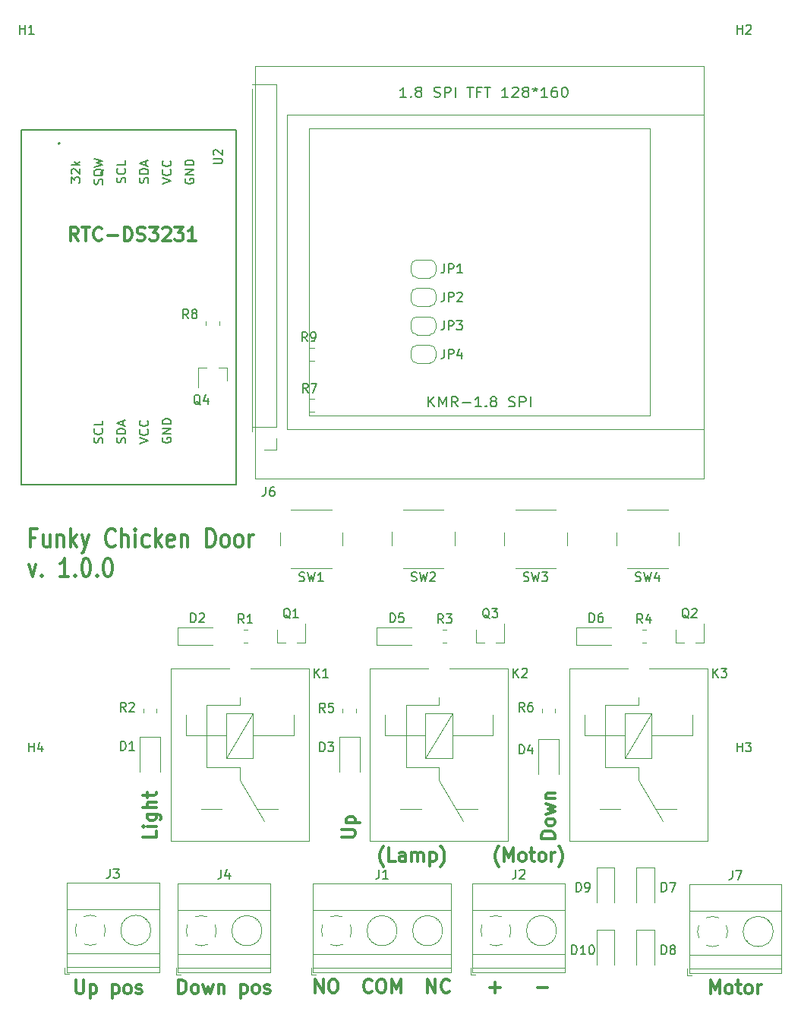
<source format=gbr>
%TF.GenerationSoftware,KiCad,Pcbnew,5.1.10*%
%TF.CreationDate,2022-03-18T21:46:21+01:00*%
%TF.ProjectId,ChickenDoor_V1,43686963-6b65-46e4-946f-6f725f56312e,V1*%
%TF.SameCoordinates,Original*%
%TF.FileFunction,Legend,Top*%
%TF.FilePolarity,Positive*%
%FSLAX46Y46*%
G04 Gerber Fmt 4.6, Leading zero omitted, Abs format (unit mm)*
G04 Created by KiCad (PCBNEW 5.1.10) date 2022-03-18 21:46:21*
%MOMM*%
%LPD*%
G01*
G04 APERTURE LIST*
%ADD10C,0.300000*%
%ADD11C,0.120000*%
%ADD12C,0.127000*%
%ADD13C,0.200000*%
%ADD14C,0.150000*%
G04 APERTURE END LIST*
D10*
X103678571Y-154250000D02*
X103607142Y-154178571D01*
X103464285Y-153964285D01*
X103392857Y-153821428D01*
X103321428Y-153607142D01*
X103250000Y-153250000D01*
X103250000Y-152964285D01*
X103321428Y-152607142D01*
X103392857Y-152392857D01*
X103464285Y-152250000D01*
X103607142Y-152035714D01*
X103678571Y-151964285D01*
X104250000Y-153678571D02*
X104250000Y-152178571D01*
X104750000Y-153250000D01*
X105250000Y-152178571D01*
X105250000Y-153678571D01*
X106178571Y-153678571D02*
X106035714Y-153607142D01*
X105964285Y-153535714D01*
X105892857Y-153392857D01*
X105892857Y-152964285D01*
X105964285Y-152821428D01*
X106035714Y-152750000D01*
X106178571Y-152678571D01*
X106392857Y-152678571D01*
X106535714Y-152750000D01*
X106607142Y-152821428D01*
X106678571Y-152964285D01*
X106678571Y-153392857D01*
X106607142Y-153535714D01*
X106535714Y-153607142D01*
X106392857Y-153678571D01*
X106178571Y-153678571D01*
X107107142Y-152678571D02*
X107678571Y-152678571D01*
X107321428Y-152178571D02*
X107321428Y-153464285D01*
X107392857Y-153607142D01*
X107535714Y-153678571D01*
X107678571Y-153678571D01*
X108392857Y-153678571D02*
X108250000Y-153607142D01*
X108178571Y-153535714D01*
X108107142Y-153392857D01*
X108107142Y-152964285D01*
X108178571Y-152821428D01*
X108250000Y-152750000D01*
X108392857Y-152678571D01*
X108607142Y-152678571D01*
X108750000Y-152750000D01*
X108821428Y-152821428D01*
X108892857Y-152964285D01*
X108892857Y-153392857D01*
X108821428Y-153535714D01*
X108750000Y-153607142D01*
X108607142Y-153678571D01*
X108392857Y-153678571D01*
X109535714Y-153678571D02*
X109535714Y-152678571D01*
X109535714Y-152964285D02*
X109607142Y-152821428D01*
X109678571Y-152750000D01*
X109821428Y-152678571D01*
X109964285Y-152678571D01*
X110321428Y-154250000D02*
X110392857Y-154178571D01*
X110535714Y-153964285D01*
X110607142Y-153821428D01*
X110678571Y-153607142D01*
X110750000Y-153250000D01*
X110750000Y-152964285D01*
X110678571Y-152607142D01*
X110607142Y-152392857D01*
X110535714Y-152250000D01*
X110392857Y-152035714D01*
X110321428Y-151964285D01*
X90821428Y-154250000D02*
X90750000Y-154178571D01*
X90607142Y-153964285D01*
X90535714Y-153821428D01*
X90464285Y-153607142D01*
X90392857Y-153250000D01*
X90392857Y-152964285D01*
X90464285Y-152607142D01*
X90535714Y-152392857D01*
X90607142Y-152250000D01*
X90750000Y-152035714D01*
X90821428Y-151964285D01*
X92107142Y-153678571D02*
X91392857Y-153678571D01*
X91392857Y-152178571D01*
X93250000Y-153678571D02*
X93250000Y-152892857D01*
X93178571Y-152750000D01*
X93035714Y-152678571D01*
X92750000Y-152678571D01*
X92607142Y-152750000D01*
X93250000Y-153607142D02*
X93107142Y-153678571D01*
X92750000Y-153678571D01*
X92607142Y-153607142D01*
X92535714Y-153464285D01*
X92535714Y-153321428D01*
X92607142Y-153178571D01*
X92750000Y-153107142D01*
X93107142Y-153107142D01*
X93250000Y-153035714D01*
X93964285Y-153678571D02*
X93964285Y-152678571D01*
X93964285Y-152821428D02*
X94035714Y-152750000D01*
X94178571Y-152678571D01*
X94392857Y-152678571D01*
X94535714Y-152750000D01*
X94607142Y-152892857D01*
X94607142Y-153678571D01*
X94607142Y-152892857D02*
X94678571Y-152750000D01*
X94821428Y-152678571D01*
X95035714Y-152678571D01*
X95178571Y-152750000D01*
X95250000Y-152892857D01*
X95250000Y-153678571D01*
X95964285Y-152678571D02*
X95964285Y-154178571D01*
X95964285Y-152750000D02*
X96107142Y-152678571D01*
X96392857Y-152678571D01*
X96535714Y-152750000D01*
X96607142Y-152821428D01*
X96678571Y-152964285D01*
X96678571Y-153392857D01*
X96607142Y-153535714D01*
X96535714Y-153607142D01*
X96392857Y-153678571D01*
X96107142Y-153678571D01*
X95964285Y-153607142D01*
X97178571Y-154250000D02*
X97250000Y-154178571D01*
X97392857Y-153964285D01*
X97464285Y-153821428D01*
X97535714Y-153607142D01*
X97607142Y-153250000D01*
X97607142Y-152964285D01*
X97535714Y-152607142D01*
X97464285Y-152392857D01*
X97392857Y-152250000D01*
X97250000Y-152035714D01*
X97178571Y-151964285D01*
X51966428Y-117587142D02*
X51399761Y-117587142D01*
X51399761Y-118634761D02*
X51399761Y-116634761D01*
X52209285Y-116634761D01*
X53585476Y-117301428D02*
X53585476Y-118634761D01*
X52856904Y-117301428D02*
X52856904Y-118349047D01*
X52937857Y-118539523D01*
X53099761Y-118634761D01*
X53342619Y-118634761D01*
X53504523Y-118539523D01*
X53585476Y-118444285D01*
X54395000Y-117301428D02*
X54395000Y-118634761D01*
X54395000Y-117491904D02*
X54475952Y-117396666D01*
X54637857Y-117301428D01*
X54880714Y-117301428D01*
X55042619Y-117396666D01*
X55123571Y-117587142D01*
X55123571Y-118634761D01*
X55933095Y-118634761D02*
X55933095Y-116634761D01*
X56095000Y-117872857D02*
X56580714Y-118634761D01*
X56580714Y-117301428D02*
X55933095Y-118063333D01*
X57147380Y-117301428D02*
X57552142Y-118634761D01*
X57956904Y-117301428D02*
X57552142Y-118634761D01*
X57390238Y-119110952D01*
X57309285Y-119206190D01*
X57147380Y-119301428D01*
X60871190Y-118444285D02*
X60790238Y-118539523D01*
X60547380Y-118634761D01*
X60385476Y-118634761D01*
X60142619Y-118539523D01*
X59980714Y-118349047D01*
X59899761Y-118158571D01*
X59818809Y-117777619D01*
X59818809Y-117491904D01*
X59899761Y-117110952D01*
X59980714Y-116920476D01*
X60142619Y-116730000D01*
X60385476Y-116634761D01*
X60547380Y-116634761D01*
X60790238Y-116730000D01*
X60871190Y-116825238D01*
X61599761Y-118634761D02*
X61599761Y-116634761D01*
X62328333Y-118634761D02*
X62328333Y-117587142D01*
X62247380Y-117396666D01*
X62085476Y-117301428D01*
X61842619Y-117301428D01*
X61680714Y-117396666D01*
X61599761Y-117491904D01*
X63137857Y-118634761D02*
X63137857Y-117301428D01*
X63137857Y-116634761D02*
X63056904Y-116730000D01*
X63137857Y-116825238D01*
X63218809Y-116730000D01*
X63137857Y-116634761D01*
X63137857Y-116825238D01*
X64675952Y-118539523D02*
X64514047Y-118634761D01*
X64190238Y-118634761D01*
X64028333Y-118539523D01*
X63947380Y-118444285D01*
X63866428Y-118253809D01*
X63866428Y-117682380D01*
X63947380Y-117491904D01*
X64028333Y-117396666D01*
X64190238Y-117301428D01*
X64514047Y-117301428D01*
X64675952Y-117396666D01*
X65404523Y-118634761D02*
X65404523Y-116634761D01*
X65566428Y-117872857D02*
X66052142Y-118634761D01*
X66052142Y-117301428D02*
X65404523Y-118063333D01*
X67428333Y-118539523D02*
X67266428Y-118634761D01*
X66942619Y-118634761D01*
X66780714Y-118539523D01*
X66699761Y-118349047D01*
X66699761Y-117587142D01*
X66780714Y-117396666D01*
X66942619Y-117301428D01*
X67266428Y-117301428D01*
X67428333Y-117396666D01*
X67509285Y-117587142D01*
X67509285Y-117777619D01*
X66699761Y-117968095D01*
X68237857Y-117301428D02*
X68237857Y-118634761D01*
X68237857Y-117491904D02*
X68318809Y-117396666D01*
X68480714Y-117301428D01*
X68723571Y-117301428D01*
X68885476Y-117396666D01*
X68966428Y-117587142D01*
X68966428Y-118634761D01*
X71071190Y-118634761D02*
X71071190Y-116634761D01*
X71475952Y-116634761D01*
X71718809Y-116730000D01*
X71880714Y-116920476D01*
X71961666Y-117110952D01*
X72042619Y-117491904D01*
X72042619Y-117777619D01*
X71961666Y-118158571D01*
X71880714Y-118349047D01*
X71718809Y-118539523D01*
X71475952Y-118634761D01*
X71071190Y-118634761D01*
X73014047Y-118634761D02*
X72852142Y-118539523D01*
X72771190Y-118444285D01*
X72690238Y-118253809D01*
X72690238Y-117682380D01*
X72771190Y-117491904D01*
X72852142Y-117396666D01*
X73014047Y-117301428D01*
X73256904Y-117301428D01*
X73418809Y-117396666D01*
X73499761Y-117491904D01*
X73580714Y-117682380D01*
X73580714Y-118253809D01*
X73499761Y-118444285D01*
X73418809Y-118539523D01*
X73256904Y-118634761D01*
X73014047Y-118634761D01*
X74552142Y-118634761D02*
X74390238Y-118539523D01*
X74309285Y-118444285D01*
X74228333Y-118253809D01*
X74228333Y-117682380D01*
X74309285Y-117491904D01*
X74390238Y-117396666D01*
X74552142Y-117301428D01*
X74795000Y-117301428D01*
X74956904Y-117396666D01*
X75037857Y-117491904D01*
X75118809Y-117682380D01*
X75118809Y-118253809D01*
X75037857Y-118444285D01*
X74956904Y-118539523D01*
X74795000Y-118634761D01*
X74552142Y-118634761D01*
X75847380Y-118634761D02*
X75847380Y-117301428D01*
X75847380Y-117682380D02*
X75928333Y-117491904D01*
X76009285Y-117396666D01*
X76171190Y-117301428D01*
X76333095Y-117301428D01*
X51237857Y-120601428D02*
X51642619Y-121934761D01*
X52047380Y-120601428D01*
X52695000Y-121744285D02*
X52775952Y-121839523D01*
X52695000Y-121934761D01*
X52614047Y-121839523D01*
X52695000Y-121744285D01*
X52695000Y-121934761D01*
X55690238Y-121934761D02*
X54718809Y-121934761D01*
X55204523Y-121934761D02*
X55204523Y-119934761D01*
X55042619Y-120220476D01*
X54880714Y-120410952D01*
X54718809Y-120506190D01*
X56418809Y-121744285D02*
X56499761Y-121839523D01*
X56418809Y-121934761D01*
X56337857Y-121839523D01*
X56418809Y-121744285D01*
X56418809Y-121934761D01*
X57552142Y-119934761D02*
X57714047Y-119934761D01*
X57875952Y-120030000D01*
X57956904Y-120125238D01*
X58037857Y-120315714D01*
X58118809Y-120696666D01*
X58118809Y-121172857D01*
X58037857Y-121553809D01*
X57956904Y-121744285D01*
X57875952Y-121839523D01*
X57714047Y-121934761D01*
X57552142Y-121934761D01*
X57390238Y-121839523D01*
X57309285Y-121744285D01*
X57228333Y-121553809D01*
X57147380Y-121172857D01*
X57147380Y-120696666D01*
X57228333Y-120315714D01*
X57309285Y-120125238D01*
X57390238Y-120030000D01*
X57552142Y-119934761D01*
X58847380Y-121744285D02*
X58928333Y-121839523D01*
X58847380Y-121934761D01*
X58766428Y-121839523D01*
X58847380Y-121744285D01*
X58847380Y-121934761D01*
X59980714Y-119934761D02*
X60142619Y-119934761D01*
X60304523Y-120030000D01*
X60385476Y-120125238D01*
X60466428Y-120315714D01*
X60547380Y-120696666D01*
X60547380Y-121172857D01*
X60466428Y-121553809D01*
X60385476Y-121744285D01*
X60304523Y-121839523D01*
X60142619Y-121934761D01*
X59980714Y-121934761D01*
X59818809Y-121839523D01*
X59737857Y-121744285D01*
X59656904Y-121553809D01*
X59575952Y-121172857D01*
X59575952Y-120696666D01*
X59656904Y-120315714D01*
X59737857Y-120125238D01*
X59818809Y-120030000D01*
X59980714Y-119934761D01*
X56757857Y-84498571D02*
X56257857Y-83784285D01*
X55900714Y-84498571D02*
X55900714Y-82998571D01*
X56472142Y-82998571D01*
X56615000Y-83070000D01*
X56686428Y-83141428D01*
X56757857Y-83284285D01*
X56757857Y-83498571D01*
X56686428Y-83641428D01*
X56615000Y-83712857D01*
X56472142Y-83784285D01*
X55900714Y-83784285D01*
X57186428Y-82998571D02*
X58043571Y-82998571D01*
X57615000Y-84498571D02*
X57615000Y-82998571D01*
X59400714Y-84355714D02*
X59329285Y-84427142D01*
X59115000Y-84498571D01*
X58972142Y-84498571D01*
X58757857Y-84427142D01*
X58615000Y-84284285D01*
X58543571Y-84141428D01*
X58472142Y-83855714D01*
X58472142Y-83641428D01*
X58543571Y-83355714D01*
X58615000Y-83212857D01*
X58757857Y-83070000D01*
X58972142Y-82998571D01*
X59115000Y-82998571D01*
X59329285Y-83070000D01*
X59400714Y-83141428D01*
X60043571Y-83927142D02*
X61186428Y-83927142D01*
X61900714Y-84498571D02*
X61900714Y-82998571D01*
X62257857Y-82998571D01*
X62472142Y-83070000D01*
X62615000Y-83212857D01*
X62686428Y-83355714D01*
X62757857Y-83641428D01*
X62757857Y-83855714D01*
X62686428Y-84141428D01*
X62615000Y-84284285D01*
X62472142Y-84427142D01*
X62257857Y-84498571D01*
X61900714Y-84498571D01*
X63329285Y-84427142D02*
X63543571Y-84498571D01*
X63900714Y-84498571D01*
X64043571Y-84427142D01*
X64115000Y-84355714D01*
X64186428Y-84212857D01*
X64186428Y-84070000D01*
X64115000Y-83927142D01*
X64043571Y-83855714D01*
X63900714Y-83784285D01*
X63615000Y-83712857D01*
X63472142Y-83641428D01*
X63400714Y-83570000D01*
X63329285Y-83427142D01*
X63329285Y-83284285D01*
X63400714Y-83141428D01*
X63472142Y-83070000D01*
X63615000Y-82998571D01*
X63972142Y-82998571D01*
X64186428Y-83070000D01*
X64686428Y-82998571D02*
X65615000Y-82998571D01*
X65115000Y-83570000D01*
X65329285Y-83570000D01*
X65472142Y-83641428D01*
X65543571Y-83712857D01*
X65615000Y-83855714D01*
X65615000Y-84212857D01*
X65543571Y-84355714D01*
X65472142Y-84427142D01*
X65329285Y-84498571D01*
X64900714Y-84498571D01*
X64757857Y-84427142D01*
X64686428Y-84355714D01*
X66186428Y-83141428D02*
X66257857Y-83070000D01*
X66400714Y-82998571D01*
X66757857Y-82998571D01*
X66900714Y-83070000D01*
X66972142Y-83141428D01*
X67043571Y-83284285D01*
X67043571Y-83427142D01*
X66972142Y-83641428D01*
X66115000Y-84498571D01*
X67043571Y-84498571D01*
X67543571Y-82998571D02*
X68472142Y-82998571D01*
X67972142Y-83570000D01*
X68186428Y-83570000D01*
X68329285Y-83641428D01*
X68400714Y-83712857D01*
X68472142Y-83855714D01*
X68472142Y-84212857D01*
X68400714Y-84355714D01*
X68329285Y-84427142D01*
X68186428Y-84498571D01*
X67757857Y-84498571D01*
X67615000Y-84427142D01*
X67543571Y-84355714D01*
X69900714Y-84498571D02*
X69043571Y-84498571D01*
X69472142Y-84498571D02*
X69472142Y-82998571D01*
X69329285Y-83212857D01*
X69186428Y-83355714D01*
X69043571Y-83427142D01*
X65448571Y-150268571D02*
X65448571Y-150982857D01*
X63948571Y-150982857D01*
X65448571Y-149768571D02*
X64448571Y-149768571D01*
X63948571Y-149768571D02*
X64020000Y-149840000D01*
X64091428Y-149768571D01*
X64020000Y-149697142D01*
X63948571Y-149768571D01*
X64091428Y-149768571D01*
X64448571Y-148411428D02*
X65662857Y-148411428D01*
X65805714Y-148482857D01*
X65877142Y-148554285D01*
X65948571Y-148697142D01*
X65948571Y-148911428D01*
X65877142Y-149054285D01*
X65377142Y-148411428D02*
X65448571Y-148554285D01*
X65448571Y-148840000D01*
X65377142Y-148982857D01*
X65305714Y-149054285D01*
X65162857Y-149125714D01*
X64734285Y-149125714D01*
X64591428Y-149054285D01*
X64520000Y-148982857D01*
X64448571Y-148840000D01*
X64448571Y-148554285D01*
X64520000Y-148411428D01*
X65448571Y-147697142D02*
X63948571Y-147697142D01*
X65448571Y-147054285D02*
X64662857Y-147054285D01*
X64520000Y-147125714D01*
X64448571Y-147268571D01*
X64448571Y-147482857D01*
X64520000Y-147625714D01*
X64591428Y-147697142D01*
X64448571Y-146554285D02*
X64448571Y-145982857D01*
X63948571Y-146340000D02*
X65234285Y-146340000D01*
X65377142Y-146268571D01*
X65448571Y-146125714D01*
X65448571Y-145982857D01*
X109898571Y-151125714D02*
X108398571Y-151125714D01*
X108398571Y-150768571D01*
X108470000Y-150554285D01*
X108612857Y-150411428D01*
X108755714Y-150340000D01*
X109041428Y-150268571D01*
X109255714Y-150268571D01*
X109541428Y-150340000D01*
X109684285Y-150411428D01*
X109827142Y-150554285D01*
X109898571Y-150768571D01*
X109898571Y-151125714D01*
X109898571Y-149411428D02*
X109827142Y-149554285D01*
X109755714Y-149625714D01*
X109612857Y-149697142D01*
X109184285Y-149697142D01*
X109041428Y-149625714D01*
X108970000Y-149554285D01*
X108898571Y-149411428D01*
X108898571Y-149197142D01*
X108970000Y-149054285D01*
X109041428Y-148982857D01*
X109184285Y-148911428D01*
X109612857Y-148911428D01*
X109755714Y-148982857D01*
X109827142Y-149054285D01*
X109898571Y-149197142D01*
X109898571Y-149411428D01*
X108898571Y-148411428D02*
X109898571Y-148125714D01*
X109184285Y-147840000D01*
X109898571Y-147554285D01*
X108898571Y-147268571D01*
X108898571Y-146697142D02*
X109898571Y-146697142D01*
X109041428Y-146697142D02*
X108970000Y-146625714D01*
X108898571Y-146482857D01*
X108898571Y-146268571D01*
X108970000Y-146125714D01*
X109112857Y-146054285D01*
X109898571Y-146054285D01*
X86173571Y-150967142D02*
X87387857Y-150967142D01*
X87530714Y-150895714D01*
X87602142Y-150824285D01*
X87673571Y-150681428D01*
X87673571Y-150395714D01*
X87602142Y-150252857D01*
X87530714Y-150181428D01*
X87387857Y-150110000D01*
X86173571Y-150110000D01*
X86673571Y-149395714D02*
X88173571Y-149395714D01*
X86745000Y-149395714D02*
X86673571Y-149252857D01*
X86673571Y-148967142D01*
X86745000Y-148824285D01*
X86816428Y-148752857D01*
X86959285Y-148681428D01*
X87387857Y-148681428D01*
X87530714Y-148752857D01*
X87602142Y-148824285D01*
X87673571Y-148967142D01*
X87673571Y-149252857D01*
X87602142Y-149395714D01*
X83211428Y-168318571D02*
X83211428Y-166818571D01*
X84068571Y-168318571D01*
X84068571Y-166818571D01*
X85068571Y-166818571D02*
X85354285Y-166818571D01*
X85497142Y-166890000D01*
X85640000Y-167032857D01*
X85711428Y-167318571D01*
X85711428Y-167818571D01*
X85640000Y-168104285D01*
X85497142Y-168247142D01*
X85354285Y-168318571D01*
X85068571Y-168318571D01*
X84925714Y-168247142D01*
X84782857Y-168104285D01*
X84711428Y-167818571D01*
X84711428Y-167318571D01*
X84782857Y-167032857D01*
X84925714Y-166890000D01*
X85068571Y-166818571D01*
X89497142Y-168175714D02*
X89425714Y-168247142D01*
X89211428Y-168318571D01*
X89068571Y-168318571D01*
X88854285Y-168247142D01*
X88711428Y-168104285D01*
X88640000Y-167961428D01*
X88568571Y-167675714D01*
X88568571Y-167461428D01*
X88640000Y-167175714D01*
X88711428Y-167032857D01*
X88854285Y-166890000D01*
X89068571Y-166818571D01*
X89211428Y-166818571D01*
X89425714Y-166890000D01*
X89497142Y-166961428D01*
X90425714Y-166818571D02*
X90711428Y-166818571D01*
X90854285Y-166890000D01*
X90997142Y-167032857D01*
X91068571Y-167318571D01*
X91068571Y-167818571D01*
X90997142Y-168104285D01*
X90854285Y-168247142D01*
X90711428Y-168318571D01*
X90425714Y-168318571D01*
X90282857Y-168247142D01*
X90140000Y-168104285D01*
X90068571Y-167818571D01*
X90068571Y-167318571D01*
X90140000Y-167032857D01*
X90282857Y-166890000D01*
X90425714Y-166818571D01*
X91711428Y-168318571D02*
X91711428Y-166818571D01*
X92211428Y-167890000D01*
X92711428Y-166818571D01*
X92711428Y-168318571D01*
X95711428Y-168318571D02*
X95711428Y-166818571D01*
X96568571Y-168318571D01*
X96568571Y-166818571D01*
X98140000Y-168175714D02*
X98068571Y-168247142D01*
X97854285Y-168318571D01*
X97711428Y-168318571D01*
X97497142Y-168247142D01*
X97354285Y-168104285D01*
X97282857Y-167961428D01*
X97211428Y-167675714D01*
X97211428Y-167461428D01*
X97282857Y-167175714D01*
X97354285Y-167032857D01*
X97497142Y-166890000D01*
X97711428Y-166818571D01*
X97854285Y-166818571D01*
X98068571Y-166890000D01*
X98140000Y-166961428D01*
X67953571Y-168388571D02*
X67953571Y-166888571D01*
X68310714Y-166888571D01*
X68525000Y-166960000D01*
X68667857Y-167102857D01*
X68739285Y-167245714D01*
X68810714Y-167531428D01*
X68810714Y-167745714D01*
X68739285Y-168031428D01*
X68667857Y-168174285D01*
X68525000Y-168317142D01*
X68310714Y-168388571D01*
X67953571Y-168388571D01*
X69667857Y-168388571D02*
X69525000Y-168317142D01*
X69453571Y-168245714D01*
X69382142Y-168102857D01*
X69382142Y-167674285D01*
X69453571Y-167531428D01*
X69525000Y-167460000D01*
X69667857Y-167388571D01*
X69882142Y-167388571D01*
X70025000Y-167460000D01*
X70096428Y-167531428D01*
X70167857Y-167674285D01*
X70167857Y-168102857D01*
X70096428Y-168245714D01*
X70025000Y-168317142D01*
X69882142Y-168388571D01*
X69667857Y-168388571D01*
X70667857Y-167388571D02*
X70953571Y-168388571D01*
X71239285Y-167674285D01*
X71525000Y-168388571D01*
X71810714Y-167388571D01*
X72382142Y-167388571D02*
X72382142Y-168388571D01*
X72382142Y-167531428D02*
X72453571Y-167460000D01*
X72596428Y-167388571D01*
X72810714Y-167388571D01*
X72953571Y-167460000D01*
X73025000Y-167602857D01*
X73025000Y-168388571D01*
X74882142Y-167388571D02*
X74882142Y-168888571D01*
X74882142Y-167460000D02*
X75025000Y-167388571D01*
X75310714Y-167388571D01*
X75453571Y-167460000D01*
X75525000Y-167531428D01*
X75596428Y-167674285D01*
X75596428Y-168102857D01*
X75525000Y-168245714D01*
X75453571Y-168317142D01*
X75310714Y-168388571D01*
X75025000Y-168388571D01*
X74882142Y-168317142D01*
X76453571Y-168388571D02*
X76310714Y-168317142D01*
X76239285Y-168245714D01*
X76167857Y-168102857D01*
X76167857Y-167674285D01*
X76239285Y-167531428D01*
X76310714Y-167460000D01*
X76453571Y-167388571D01*
X76667857Y-167388571D01*
X76810714Y-167460000D01*
X76882142Y-167531428D01*
X76953571Y-167674285D01*
X76953571Y-168102857D01*
X76882142Y-168245714D01*
X76810714Y-168317142D01*
X76667857Y-168388571D01*
X76453571Y-168388571D01*
X77525000Y-168317142D02*
X77667857Y-168388571D01*
X77953571Y-168388571D01*
X78096428Y-168317142D01*
X78167857Y-168174285D01*
X78167857Y-168102857D01*
X78096428Y-167960000D01*
X77953571Y-167888571D01*
X77739285Y-167888571D01*
X77596428Y-167817142D01*
X77525000Y-167674285D01*
X77525000Y-167602857D01*
X77596428Y-167460000D01*
X77739285Y-167388571D01*
X77953571Y-167388571D01*
X78096428Y-167460000D01*
X56517142Y-166938571D02*
X56517142Y-168152857D01*
X56588571Y-168295714D01*
X56660000Y-168367142D01*
X56802857Y-168438571D01*
X57088571Y-168438571D01*
X57231428Y-168367142D01*
X57302857Y-168295714D01*
X57374285Y-168152857D01*
X57374285Y-166938571D01*
X58088571Y-167438571D02*
X58088571Y-168938571D01*
X58088571Y-167510000D02*
X58231428Y-167438571D01*
X58517142Y-167438571D01*
X58660000Y-167510000D01*
X58731428Y-167581428D01*
X58802857Y-167724285D01*
X58802857Y-168152857D01*
X58731428Y-168295714D01*
X58660000Y-168367142D01*
X58517142Y-168438571D01*
X58231428Y-168438571D01*
X58088571Y-168367142D01*
X60588571Y-167438571D02*
X60588571Y-168938571D01*
X60588571Y-167510000D02*
X60731428Y-167438571D01*
X61017142Y-167438571D01*
X61160000Y-167510000D01*
X61231428Y-167581428D01*
X61302857Y-167724285D01*
X61302857Y-168152857D01*
X61231428Y-168295714D01*
X61160000Y-168367142D01*
X61017142Y-168438571D01*
X60731428Y-168438571D01*
X60588571Y-168367142D01*
X62160000Y-168438571D02*
X62017142Y-168367142D01*
X61945714Y-168295714D01*
X61874285Y-168152857D01*
X61874285Y-167724285D01*
X61945714Y-167581428D01*
X62017142Y-167510000D01*
X62160000Y-167438571D01*
X62374285Y-167438571D01*
X62517142Y-167510000D01*
X62588571Y-167581428D01*
X62660000Y-167724285D01*
X62660000Y-168152857D01*
X62588571Y-168295714D01*
X62517142Y-168367142D01*
X62374285Y-168438571D01*
X62160000Y-168438571D01*
X63231428Y-168367142D02*
X63374285Y-168438571D01*
X63660000Y-168438571D01*
X63802857Y-168367142D01*
X63874285Y-168224285D01*
X63874285Y-168152857D01*
X63802857Y-168010000D01*
X63660000Y-167938571D01*
X63445714Y-167938571D01*
X63302857Y-167867142D01*
X63231428Y-167724285D01*
X63231428Y-167652857D01*
X63302857Y-167510000D01*
X63445714Y-167438571D01*
X63660000Y-167438571D01*
X63802857Y-167510000D01*
X102665714Y-167747142D02*
X103808571Y-167747142D01*
X103237142Y-168318571D02*
X103237142Y-167175714D01*
X107951428Y-167747142D02*
X109094285Y-167747142D01*
X127260000Y-168438571D02*
X127260000Y-166938571D01*
X127760000Y-168010000D01*
X128260000Y-166938571D01*
X128260000Y-168438571D01*
X129188571Y-168438571D02*
X129045714Y-168367142D01*
X128974285Y-168295714D01*
X128902857Y-168152857D01*
X128902857Y-167724285D01*
X128974285Y-167581428D01*
X129045714Y-167510000D01*
X129188571Y-167438571D01*
X129402857Y-167438571D01*
X129545714Y-167510000D01*
X129617142Y-167581428D01*
X129688571Y-167724285D01*
X129688571Y-168152857D01*
X129617142Y-168295714D01*
X129545714Y-168367142D01*
X129402857Y-168438571D01*
X129188571Y-168438571D01*
X130117142Y-167438571D02*
X130688571Y-167438571D01*
X130331428Y-166938571D02*
X130331428Y-168224285D01*
X130402857Y-168367142D01*
X130545714Y-168438571D01*
X130688571Y-168438571D01*
X131402857Y-168438571D02*
X131260000Y-168367142D01*
X131188571Y-168295714D01*
X131117142Y-168152857D01*
X131117142Y-167724285D01*
X131188571Y-167581428D01*
X131260000Y-167510000D01*
X131402857Y-167438571D01*
X131617142Y-167438571D01*
X131760000Y-167510000D01*
X131831428Y-167581428D01*
X131902857Y-167724285D01*
X131902857Y-168152857D01*
X131831428Y-168295714D01*
X131760000Y-168367142D01*
X131617142Y-168438571D01*
X131402857Y-168438571D01*
X132545714Y-168438571D02*
X132545714Y-167438571D01*
X132545714Y-167724285D02*
X132617142Y-167581428D01*
X132688571Y-167510000D01*
X132831428Y-167438571D01*
X132974285Y-167438571D01*
D11*
%TO.C,JP4*%
X95950000Y-98155000D02*
X94550000Y-98155000D01*
X93850000Y-97455000D02*
X93850000Y-96855000D01*
X94550000Y-96155000D02*
X95950000Y-96155000D01*
X96650000Y-96855000D02*
X96650000Y-97455000D01*
X96650000Y-97455000D02*
G75*
G02*
X95950000Y-98155000I-700000J0D01*
G01*
X95950000Y-96155000D02*
G75*
G02*
X96650000Y-96855000I0J-700000D01*
G01*
X93850000Y-96855000D02*
G75*
G02*
X94550000Y-96155000I700000J0D01*
G01*
X94550000Y-98155000D02*
G75*
G02*
X93850000Y-97455000I0J700000D01*
G01*
%TO.C,JP3*%
X94550000Y-92980000D02*
X95950000Y-92980000D01*
X96650000Y-93680000D02*
X96650000Y-94280000D01*
X95950000Y-94980000D02*
X94550000Y-94980000D01*
X93850000Y-94280000D02*
X93850000Y-93680000D01*
X93850000Y-93680000D02*
G75*
G02*
X94550000Y-92980000I700000J0D01*
G01*
X94550000Y-94980000D02*
G75*
G02*
X93850000Y-94280000I0J700000D01*
G01*
X96650000Y-94280000D02*
G75*
G02*
X95950000Y-94980000I-700000J0D01*
G01*
X95950000Y-92980000D02*
G75*
G02*
X96650000Y-93680000I0J-700000D01*
G01*
%TO.C,JP2*%
X94565000Y-89805000D02*
X95965000Y-89805000D01*
X96665000Y-90505000D02*
X96665000Y-91105000D01*
X95965000Y-91805000D02*
X94565000Y-91805000D01*
X93865000Y-91105000D02*
X93865000Y-90505000D01*
X93865000Y-90505000D02*
G75*
G02*
X94565000Y-89805000I700000J0D01*
G01*
X94565000Y-91805000D02*
G75*
G02*
X93865000Y-91105000I0J700000D01*
G01*
X96665000Y-91105000D02*
G75*
G02*
X95965000Y-91805000I-700000J0D01*
G01*
X95965000Y-89805000D02*
G75*
G02*
X96665000Y-90505000I0J-700000D01*
G01*
%TO.C,JP1*%
X94565000Y-86630000D02*
X95965000Y-86630000D01*
X96665000Y-87330000D02*
X96665000Y-87930000D01*
X95965000Y-88630000D02*
X94565000Y-88630000D01*
X93865000Y-87930000D02*
X93865000Y-87330000D01*
X93865000Y-87330000D02*
G75*
G02*
X94565000Y-86630000I700000J0D01*
G01*
X94565000Y-88630000D02*
G75*
G02*
X93865000Y-87930000I0J700000D01*
G01*
X96665000Y-87930000D02*
G75*
G02*
X95965000Y-88630000I-700000J0D01*
G01*
X95965000Y-86630000D02*
G75*
G02*
X96665000Y-87330000I0J-700000D01*
G01*
%TO.C,J6*%
X126500000Y-111000000D02*
X76500000Y-111000000D01*
X126500000Y-65000000D02*
X126500000Y-111000000D01*
X76500000Y-65000000D02*
X126500000Y-65000000D01*
X76500000Y-111000000D02*
X76500000Y-65000000D01*
X78830000Y-107830000D02*
X77500000Y-107830000D01*
X78830000Y-106500000D02*
X78830000Y-107830000D01*
X78830000Y-105230000D02*
X76170000Y-105230000D01*
X76170000Y-105730000D02*
X76170000Y-67570000D01*
X78830000Y-105230000D02*
X78830000Y-67070000D01*
X78830000Y-67070000D02*
X76170000Y-67070000D01*
X82500000Y-104000000D02*
X120500000Y-104000000D01*
X120500000Y-104000000D02*
X120500000Y-72000000D01*
X120500000Y-72000000D02*
X82500000Y-72000000D01*
X82500000Y-72000000D02*
X82500000Y-104000000D01*
X126500000Y-70500000D02*
X80000000Y-70500000D01*
X80000000Y-70500000D02*
X80000000Y-105500000D01*
X80000000Y-105500000D02*
X126500000Y-105500000D01*
%TO.C,J7*%
X124660000Y-166400000D02*
X125160000Y-166400000D01*
X124660000Y-165660000D02*
X124660000Y-166400000D01*
X131353000Y-162523000D02*
X131306000Y-162569000D01*
X133650000Y-160225000D02*
X133615000Y-160261000D01*
X131546000Y-162739000D02*
X131511000Y-162774000D01*
X133855000Y-160431000D02*
X133808000Y-160477000D01*
X135180000Y-156239000D02*
X135180000Y-166160000D01*
X124900000Y-156239000D02*
X124900000Y-166160000D01*
X124900000Y-166160000D02*
X135180000Y-166160000D01*
X124900000Y-156239000D02*
X135180000Y-156239000D01*
X124900000Y-159199000D02*
X135180000Y-159199000D01*
X124900000Y-164100000D02*
X135180000Y-164100000D01*
X124900000Y-165600000D02*
X135180000Y-165600000D01*
X134260000Y-161500000D02*
G75*
G03*
X134260000Y-161500000I-1680000J0D01*
G01*
X127528805Y-163180253D02*
G75*
G02*
X126816000Y-163035000I-28805J1680253D01*
G01*
X125964574Y-162183042D02*
G75*
G02*
X125965000Y-160816000I1535426J683042D01*
G01*
X126816958Y-159964574D02*
G75*
G02*
X128184000Y-159965000I683042J-1535426D01*
G01*
X129035426Y-160816958D02*
G75*
G02*
X129035000Y-162184000I-1535426J-683042D01*
G01*
X128183318Y-163034756D02*
G75*
G02*
X127500000Y-163180000I-683318J1534756D01*
G01*
%TO.C,J4*%
X77245000Y-161410000D02*
G75*
G03*
X77245000Y-161410000I-1680000J0D01*
G01*
X67885000Y-165510000D02*
X78165000Y-165510000D01*
X67885000Y-164010000D02*
X78165000Y-164010000D01*
X67885000Y-159109000D02*
X78165000Y-159109000D01*
X67885000Y-156149000D02*
X78165000Y-156149000D01*
X67885000Y-166070000D02*
X78165000Y-166070000D01*
X67885000Y-156149000D02*
X67885000Y-166070000D01*
X78165000Y-156149000D02*
X78165000Y-166070000D01*
X76840000Y-160341000D02*
X76793000Y-160387000D01*
X74531000Y-162649000D02*
X74496000Y-162684000D01*
X76635000Y-160135000D02*
X76600000Y-160171000D01*
X74338000Y-162433000D02*
X74291000Y-162479000D01*
X67645000Y-165570000D02*
X67645000Y-166310000D01*
X67645000Y-166310000D02*
X68145000Y-166310000D01*
X70513805Y-163090253D02*
G75*
G02*
X69801000Y-162945000I-28805J1680253D01*
G01*
X68949574Y-162093042D02*
G75*
G02*
X68950000Y-160726000I1535426J683042D01*
G01*
X69801958Y-159874574D02*
G75*
G02*
X71169000Y-159875000I683042J-1535426D01*
G01*
X72020426Y-160726958D02*
G75*
G02*
X72020000Y-162094000I-1535426J-683042D01*
G01*
X71168318Y-162944756D02*
G75*
G02*
X70485000Y-163090000I-683318J1534756D01*
G01*
%TO.C,J3*%
X55260000Y-166260000D02*
X55760000Y-166260000D01*
X55260000Y-165520000D02*
X55260000Y-166260000D01*
X61953000Y-162383000D02*
X61906000Y-162429000D01*
X64250000Y-160085000D02*
X64215000Y-160121000D01*
X62146000Y-162599000D02*
X62111000Y-162634000D01*
X64455000Y-160291000D02*
X64408000Y-160337000D01*
X65780000Y-156099000D02*
X65780000Y-166020000D01*
X55500000Y-156099000D02*
X55500000Y-166020000D01*
X55500000Y-166020000D02*
X65780000Y-166020000D01*
X55500000Y-156099000D02*
X65780000Y-156099000D01*
X55500000Y-159059000D02*
X65780000Y-159059000D01*
X55500000Y-163960000D02*
X65780000Y-163960000D01*
X55500000Y-165460000D02*
X65780000Y-165460000D01*
X64860000Y-161360000D02*
G75*
G03*
X64860000Y-161360000I-1680000J0D01*
G01*
X58128805Y-163040253D02*
G75*
G02*
X57416000Y-162895000I-28805J1680253D01*
G01*
X56564574Y-162043042D02*
G75*
G02*
X56565000Y-160676000I1535426J683042D01*
G01*
X57416958Y-159824574D02*
G75*
G02*
X58784000Y-159825000I683042J-1535426D01*
G01*
X59635426Y-160676958D02*
G75*
G02*
X59635000Y-162044000I-1535426J-683042D01*
G01*
X58783318Y-162894756D02*
G75*
G02*
X58100000Y-163040000I-683318J1534756D01*
G01*
%TO.C,J2*%
X100500000Y-166310000D02*
X101000000Y-166310000D01*
X100500000Y-165570000D02*
X100500000Y-166310000D01*
X107193000Y-162433000D02*
X107146000Y-162479000D01*
X109490000Y-160135000D02*
X109455000Y-160171000D01*
X107386000Y-162649000D02*
X107351000Y-162684000D01*
X109695000Y-160341000D02*
X109648000Y-160387000D01*
X111020000Y-156149000D02*
X111020000Y-166070000D01*
X100740000Y-156149000D02*
X100740000Y-166070000D01*
X100740000Y-166070000D02*
X111020000Y-166070000D01*
X100740000Y-156149000D02*
X111020000Y-156149000D01*
X100740000Y-159109000D02*
X111020000Y-159109000D01*
X100740000Y-164010000D02*
X111020000Y-164010000D01*
X100740000Y-165510000D02*
X111020000Y-165510000D01*
X110100000Y-161410000D02*
G75*
G03*
X110100000Y-161410000I-1680000J0D01*
G01*
X103368805Y-163090253D02*
G75*
G02*
X102656000Y-162945000I-28805J1680253D01*
G01*
X101804574Y-162093042D02*
G75*
G02*
X101805000Y-160726000I1535426J683042D01*
G01*
X102656958Y-159874574D02*
G75*
G02*
X104024000Y-159875000I683042J-1535426D01*
G01*
X104875426Y-160726958D02*
G75*
G02*
X104875000Y-162094000I-1535426J-683042D01*
G01*
X104023318Y-162944756D02*
G75*
G02*
X103340000Y-163090000I-683318J1534756D01*
G01*
%TO.C,J1*%
X82720000Y-166310000D02*
X83220000Y-166310000D01*
X82720000Y-165570000D02*
X82720000Y-166310000D01*
X94493000Y-162433000D02*
X94446000Y-162479000D01*
X96790000Y-160135000D02*
X96755000Y-160171000D01*
X94686000Y-162649000D02*
X94651000Y-162684000D01*
X96995000Y-160341000D02*
X96948000Y-160387000D01*
X89413000Y-162433000D02*
X89366000Y-162479000D01*
X91710000Y-160135000D02*
X91675000Y-160171000D01*
X89606000Y-162649000D02*
X89571000Y-162684000D01*
X91915000Y-160341000D02*
X91868000Y-160387000D01*
X98320000Y-156149000D02*
X98320000Y-166070000D01*
X82960000Y-156149000D02*
X82960000Y-166070000D01*
X82960000Y-166070000D02*
X98320000Y-166070000D01*
X82960000Y-156149000D02*
X98320000Y-156149000D01*
X82960000Y-159109000D02*
X98320000Y-159109000D01*
X82960000Y-164010000D02*
X98320000Y-164010000D01*
X82960000Y-165510000D02*
X98320000Y-165510000D01*
X97400000Y-161410000D02*
G75*
G03*
X97400000Y-161410000I-1680000J0D01*
G01*
X92320000Y-161410000D02*
G75*
G03*
X92320000Y-161410000I-1680000J0D01*
G01*
X85588805Y-163090253D02*
G75*
G02*
X84876000Y-162945000I-28805J1680253D01*
G01*
X84024574Y-162093042D02*
G75*
G02*
X84025000Y-160726000I1535426J683042D01*
G01*
X84876958Y-159874574D02*
G75*
G02*
X86244000Y-159875000I683042J-1535426D01*
G01*
X87095426Y-160726958D02*
G75*
G02*
X87095000Y-162094000I-1535426J-683042D01*
G01*
X86243318Y-162944756D02*
G75*
G02*
X85560000Y-163090000I-683318J1534756D01*
G01*
D12*
%TO.C,U2*%
X50365000Y-72160000D02*
X50365000Y-111660000D01*
X74365000Y-72160000D02*
X74365000Y-111660000D01*
X74365000Y-111660000D02*
X50365000Y-111660000D01*
X74365000Y-72160000D02*
X50365000Y-72160000D01*
D13*
X54710000Y-73660000D02*
G75*
G03*
X54710000Y-73660000I-100000J0D01*
G01*
D11*
%TO.C,R7*%
X82600436Y-103605000D02*
X83054564Y-103605000D01*
X82600436Y-102135000D02*
X83054564Y-102135000D01*
%TO.C,Q4*%
X73335000Y-98665000D02*
X73335000Y-100125000D01*
X70175000Y-98665000D02*
X70175000Y-100825000D01*
X70175000Y-98665000D02*
X71105000Y-98665000D01*
X73335000Y-98665000D02*
X72405000Y-98665000D01*
%TO.C,D4*%
X110355000Y-143970000D02*
X110355000Y-140085000D01*
X110355000Y-140085000D02*
X108085000Y-140085000D01*
X108085000Y-140085000D02*
X108085000Y-143970000D01*
%TO.C,D3*%
X88130000Y-143710000D02*
X88130000Y-139825000D01*
X88130000Y-139825000D02*
X85860000Y-139825000D01*
X85860000Y-139825000D02*
X85860000Y-143710000D01*
%TO.C,D1*%
X65905000Y-143710000D02*
X65905000Y-139825000D01*
X65905000Y-139825000D02*
X63635000Y-139825000D01*
X63635000Y-139825000D02*
X63635000Y-143710000D01*
%TO.C,Q3*%
X101125000Y-129340000D02*
X102055000Y-129340000D01*
X104285000Y-129340000D02*
X103355000Y-129340000D01*
X104285000Y-129340000D02*
X104285000Y-127180000D01*
X101125000Y-129340000D02*
X101125000Y-127880000D01*
%TO.C,Q2*%
X123350000Y-129340000D02*
X124280000Y-129340000D01*
X126510000Y-129340000D02*
X125580000Y-129340000D01*
X126510000Y-129340000D02*
X126510000Y-127180000D01*
X123350000Y-129340000D02*
X123350000Y-127880000D01*
%TO.C,Q1*%
X78900000Y-129340000D02*
X79830000Y-129340000D01*
X82060000Y-129340000D02*
X81130000Y-129340000D01*
X82060000Y-129340000D02*
X82060000Y-127180000D01*
X78900000Y-129340000D02*
X78900000Y-127880000D01*
%TO.C,D6*%
X112265000Y-127580000D02*
X116165000Y-127580000D01*
X112265000Y-129580000D02*
X116165000Y-129580000D01*
X112265000Y-127580000D02*
X112265000Y-129580000D01*
%TO.C,D5*%
X90040000Y-127580000D02*
X93940000Y-127580000D01*
X90040000Y-129580000D02*
X93940000Y-129580000D01*
X90040000Y-127580000D02*
X90040000Y-129580000D01*
%TO.C,D2*%
X67815000Y-127580000D02*
X71715000Y-127580000D01*
X67815000Y-129580000D02*
X71715000Y-129580000D01*
X67815000Y-127580000D02*
X67815000Y-129580000D01*
%TO.C,R9*%
X83054564Y-96420000D02*
X82600436Y-96420000D01*
X83054564Y-97890000D02*
X82600436Y-97890000D01*
%TO.C,R8*%
X71020000Y-93475436D02*
X71020000Y-93929564D01*
X72490000Y-93475436D02*
X72490000Y-93929564D01*
%TO.C,R4*%
X120077064Y-127845000D02*
X119622936Y-127845000D01*
X120077064Y-129315000D02*
X119622936Y-129315000D01*
%TO.C,R3*%
X97852064Y-127845000D02*
X97397936Y-127845000D01*
X97852064Y-129315000D02*
X97397936Y-129315000D01*
%TO.C,R1*%
X75627064Y-127845000D02*
X75172936Y-127845000D01*
X75627064Y-129315000D02*
X75172936Y-129315000D01*
%TO.C,R6*%
X108485000Y-136655436D02*
X108485000Y-137109564D01*
X109955000Y-136655436D02*
X109955000Y-137109564D01*
%TO.C,R5*%
X86260000Y-136655436D02*
X86260000Y-137109564D01*
X87730000Y-136655436D02*
X87730000Y-137109564D01*
%TO.C,R2*%
X64035000Y-136655436D02*
X64035000Y-137109564D01*
X65505000Y-136655436D02*
X65505000Y-137109564D01*
%TO.C,K3*%
X118015000Y-132160000D02*
X111515000Y-132160000D01*
X126915000Y-132160000D02*
X120415000Y-132160000D01*
X126915000Y-132160000D02*
X126915000Y-151360000D01*
X126915000Y-151360000D02*
X111515000Y-151360000D01*
X111515000Y-151360000D02*
X111515000Y-132160000D01*
X114915000Y-147860000D02*
X117215000Y-147860000D01*
X123515000Y-147860000D02*
X121215000Y-147860000D01*
X113215000Y-137360000D02*
X113215000Y-139660000D01*
X119215000Y-136260000D02*
X119215000Y-135360000D01*
X125215000Y-139660000D02*
X125215000Y-137360000D01*
X119215000Y-143160000D02*
X119215000Y-144660000D01*
X119215000Y-144660000D02*
X121915000Y-149160000D01*
X115515000Y-143160000D02*
X115515000Y-136260000D01*
X119215000Y-143160000D02*
X115515000Y-143160000D01*
X119215000Y-136260000D02*
X115515000Y-136260000D01*
X125215000Y-139660000D02*
X120715000Y-139660000D01*
X117715000Y-139660000D02*
X113215000Y-139660000D01*
X117715000Y-142160000D02*
X120715000Y-137160000D01*
X117715000Y-137160000D02*
X120715000Y-137160000D01*
X120715000Y-137160000D02*
X120715000Y-142160000D01*
X120715000Y-142160000D02*
X117715000Y-142160000D01*
X117715000Y-142160000D02*
X117715000Y-137160000D01*
%TO.C,K2*%
X95790000Y-132160000D02*
X89290000Y-132160000D01*
X104690000Y-132160000D02*
X98190000Y-132160000D01*
X104690000Y-132160000D02*
X104690000Y-151360000D01*
X104690000Y-151360000D02*
X89290000Y-151360000D01*
X89290000Y-151360000D02*
X89290000Y-132160000D01*
X92690000Y-147860000D02*
X94990000Y-147860000D01*
X101290000Y-147860000D02*
X98990000Y-147860000D01*
X90990000Y-137360000D02*
X90990000Y-139660000D01*
X96990000Y-136260000D02*
X96990000Y-135360000D01*
X102990000Y-139660000D02*
X102990000Y-137360000D01*
X96990000Y-143160000D02*
X96990000Y-144660000D01*
X96990000Y-144660000D02*
X99690000Y-149160000D01*
X93290000Y-143160000D02*
X93290000Y-136260000D01*
X96990000Y-143160000D02*
X93290000Y-143160000D01*
X96990000Y-136260000D02*
X93290000Y-136260000D01*
X102990000Y-139660000D02*
X98490000Y-139660000D01*
X95490000Y-139660000D02*
X90990000Y-139660000D01*
X95490000Y-142160000D02*
X98490000Y-137160000D01*
X95490000Y-137160000D02*
X98490000Y-137160000D01*
X98490000Y-137160000D02*
X98490000Y-142160000D01*
X98490000Y-142160000D02*
X95490000Y-142160000D01*
X95490000Y-142160000D02*
X95490000Y-137160000D01*
%TO.C,K1*%
X73565000Y-132160000D02*
X67065000Y-132160000D01*
X82465000Y-132160000D02*
X75965000Y-132160000D01*
X82465000Y-132160000D02*
X82465000Y-151360000D01*
X82465000Y-151360000D02*
X67065000Y-151360000D01*
X67065000Y-151360000D02*
X67065000Y-132160000D01*
X70465000Y-147860000D02*
X72765000Y-147860000D01*
X79065000Y-147860000D02*
X76765000Y-147860000D01*
X68765000Y-137360000D02*
X68765000Y-139660000D01*
X74765000Y-136260000D02*
X74765000Y-135360000D01*
X80765000Y-139660000D02*
X80765000Y-137360000D01*
X74765000Y-143160000D02*
X74765000Y-144660000D01*
X74765000Y-144660000D02*
X77465000Y-149160000D01*
X71065000Y-143160000D02*
X71065000Y-136260000D01*
X74765000Y-143160000D02*
X71065000Y-143160000D01*
X74765000Y-136260000D02*
X71065000Y-136260000D01*
X80765000Y-139660000D02*
X76265000Y-139660000D01*
X73265000Y-139660000D02*
X68765000Y-139660000D01*
X73265000Y-142160000D02*
X76265000Y-137160000D01*
X73265000Y-137160000D02*
X76265000Y-137160000D01*
X76265000Y-137160000D02*
X76265000Y-142160000D01*
X76265000Y-142160000D02*
X73265000Y-142160000D01*
X73265000Y-142160000D02*
X73265000Y-137160000D01*
%TO.C,SW4*%
X122500000Y-114500000D02*
X118000000Y-114500000D01*
X123750000Y-118500000D02*
X123750000Y-117000000D01*
X118000000Y-121000000D02*
X122500000Y-121000000D01*
X116750000Y-117000000D02*
X116750000Y-118500000D01*
%TO.C,SW3*%
X110000000Y-114500000D02*
X105500000Y-114500000D01*
X111250000Y-118500000D02*
X111250000Y-117000000D01*
X105500000Y-121000000D02*
X110000000Y-121000000D01*
X104250000Y-117000000D02*
X104250000Y-118500000D01*
%TO.C,SW2*%
X97500000Y-114485000D02*
X93000000Y-114485000D01*
X98750000Y-118485000D02*
X98750000Y-116985000D01*
X93000000Y-120985000D02*
X97500000Y-120985000D01*
X91750000Y-116985000D02*
X91750000Y-118485000D01*
%TO.C,SW1*%
X85000000Y-114500000D02*
X80500000Y-114500000D01*
X86250000Y-118500000D02*
X86250000Y-117000000D01*
X80500000Y-121000000D02*
X85000000Y-121000000D01*
X79250000Y-117000000D02*
X79250000Y-118500000D01*
%TO.C,D10*%
X116570000Y-161325000D02*
X114570000Y-161325000D01*
X114570000Y-161325000D02*
X114570000Y-165225000D01*
X116570000Y-161325000D02*
X116570000Y-165225000D01*
%TO.C,D9*%
X116570000Y-154340000D02*
X114570000Y-154340000D01*
X114570000Y-154340000D02*
X114570000Y-158240000D01*
X116570000Y-154340000D02*
X116570000Y-158240000D01*
%TO.C,D8*%
X121015000Y-161325000D02*
X119015000Y-161325000D01*
X119015000Y-161325000D02*
X119015000Y-165225000D01*
X121015000Y-161325000D02*
X121015000Y-165225000D01*
%TO.C,D7*%
X121015000Y-154340000D02*
X119015000Y-154340000D01*
X119015000Y-154340000D02*
X119015000Y-158240000D01*
X121015000Y-154340000D02*
X121015000Y-158240000D01*
%TO.C,JP4*%
D14*
X97591666Y-96607380D02*
X97591666Y-97321666D01*
X97544047Y-97464523D01*
X97448809Y-97559761D01*
X97305952Y-97607380D01*
X97210714Y-97607380D01*
X98067857Y-97607380D02*
X98067857Y-96607380D01*
X98448809Y-96607380D01*
X98544047Y-96655000D01*
X98591666Y-96702619D01*
X98639285Y-96797857D01*
X98639285Y-96940714D01*
X98591666Y-97035952D01*
X98544047Y-97083571D01*
X98448809Y-97131190D01*
X98067857Y-97131190D01*
X99496428Y-96940714D02*
X99496428Y-97607380D01*
X99258333Y-96559761D02*
X99020238Y-97274047D01*
X99639285Y-97274047D01*
%TO.C,JP3*%
X97576666Y-93432380D02*
X97576666Y-94146666D01*
X97529047Y-94289523D01*
X97433809Y-94384761D01*
X97290952Y-94432380D01*
X97195714Y-94432380D01*
X98052857Y-94432380D02*
X98052857Y-93432380D01*
X98433809Y-93432380D01*
X98529047Y-93480000D01*
X98576666Y-93527619D01*
X98624285Y-93622857D01*
X98624285Y-93765714D01*
X98576666Y-93860952D01*
X98529047Y-93908571D01*
X98433809Y-93956190D01*
X98052857Y-93956190D01*
X98957619Y-93432380D02*
X99576666Y-93432380D01*
X99243333Y-93813333D01*
X99386190Y-93813333D01*
X99481428Y-93860952D01*
X99529047Y-93908571D01*
X99576666Y-94003809D01*
X99576666Y-94241904D01*
X99529047Y-94337142D01*
X99481428Y-94384761D01*
X99386190Y-94432380D01*
X99100476Y-94432380D01*
X99005238Y-94384761D01*
X98957619Y-94337142D01*
%TO.C,JP2*%
X97591666Y-90257380D02*
X97591666Y-90971666D01*
X97544047Y-91114523D01*
X97448809Y-91209761D01*
X97305952Y-91257380D01*
X97210714Y-91257380D01*
X98067857Y-91257380D02*
X98067857Y-90257380D01*
X98448809Y-90257380D01*
X98544047Y-90305000D01*
X98591666Y-90352619D01*
X98639285Y-90447857D01*
X98639285Y-90590714D01*
X98591666Y-90685952D01*
X98544047Y-90733571D01*
X98448809Y-90781190D01*
X98067857Y-90781190D01*
X99020238Y-90352619D02*
X99067857Y-90305000D01*
X99163095Y-90257380D01*
X99401190Y-90257380D01*
X99496428Y-90305000D01*
X99544047Y-90352619D01*
X99591666Y-90447857D01*
X99591666Y-90543095D01*
X99544047Y-90685952D01*
X98972619Y-91257380D01*
X99591666Y-91257380D01*
%TO.C,JP1*%
X97591666Y-87082380D02*
X97591666Y-87796666D01*
X97544047Y-87939523D01*
X97448809Y-88034761D01*
X97305952Y-88082380D01*
X97210714Y-88082380D01*
X98067857Y-88082380D02*
X98067857Y-87082380D01*
X98448809Y-87082380D01*
X98544047Y-87130000D01*
X98591666Y-87177619D01*
X98639285Y-87272857D01*
X98639285Y-87415714D01*
X98591666Y-87510952D01*
X98544047Y-87558571D01*
X98448809Y-87606190D01*
X98067857Y-87606190D01*
X99591666Y-88082380D02*
X99020238Y-88082380D01*
X99305952Y-88082380D02*
X99305952Y-87082380D01*
X99210714Y-87225238D01*
X99115476Y-87320476D01*
X99020238Y-87368095D01*
%TO.C,J6*%
X77666666Y-111952380D02*
X77666666Y-112666666D01*
X77619047Y-112809523D01*
X77523809Y-112904761D01*
X77380952Y-112952380D01*
X77285714Y-112952380D01*
X78571428Y-111952380D02*
X78380952Y-111952380D01*
X78285714Y-112000000D01*
X78238095Y-112047619D01*
X78142857Y-112190476D01*
X78095238Y-112380952D01*
X78095238Y-112761904D01*
X78142857Y-112857142D01*
X78190476Y-112904761D01*
X78285714Y-112952380D01*
X78476190Y-112952380D01*
X78571428Y-112904761D01*
X78619047Y-112857142D01*
X78666666Y-112761904D01*
X78666666Y-112523809D01*
X78619047Y-112428571D01*
X78571428Y-112380952D01*
X78476190Y-112333333D01*
X78285714Y-112333333D01*
X78190476Y-112380952D01*
X78142857Y-112428571D01*
X78095238Y-112523809D01*
D13*
X95814285Y-102997619D02*
X95814285Y-101897619D01*
X96500000Y-102997619D02*
X95985714Y-102369047D01*
X96500000Y-101897619D02*
X95814285Y-102526190D01*
X97014285Y-102997619D02*
X97014285Y-101897619D01*
X97414285Y-102683333D01*
X97814285Y-101897619D01*
X97814285Y-102997619D01*
X99071428Y-102997619D02*
X98671428Y-102473809D01*
X98385714Y-102997619D02*
X98385714Y-101897619D01*
X98842857Y-101897619D01*
X98957142Y-101950000D01*
X99014285Y-102002380D01*
X99071428Y-102107142D01*
X99071428Y-102264285D01*
X99014285Y-102369047D01*
X98957142Y-102421428D01*
X98842857Y-102473809D01*
X98385714Y-102473809D01*
X99585714Y-102578571D02*
X100500000Y-102578571D01*
X101700000Y-102997619D02*
X101014285Y-102997619D01*
X101357142Y-102997619D02*
X101357142Y-101897619D01*
X101242857Y-102054761D01*
X101128571Y-102159523D01*
X101014285Y-102211904D01*
X102214285Y-102892857D02*
X102271428Y-102945238D01*
X102214285Y-102997619D01*
X102157142Y-102945238D01*
X102214285Y-102892857D01*
X102214285Y-102997619D01*
X102957142Y-102369047D02*
X102842857Y-102316666D01*
X102785714Y-102264285D01*
X102728571Y-102159523D01*
X102728571Y-102107142D01*
X102785714Y-102002380D01*
X102842857Y-101950000D01*
X102957142Y-101897619D01*
X103185714Y-101897619D01*
X103300000Y-101950000D01*
X103357142Y-102002380D01*
X103414285Y-102107142D01*
X103414285Y-102159523D01*
X103357142Y-102264285D01*
X103300000Y-102316666D01*
X103185714Y-102369047D01*
X102957142Y-102369047D01*
X102842857Y-102421428D01*
X102785714Y-102473809D01*
X102728571Y-102578571D01*
X102728571Y-102788095D01*
X102785714Y-102892857D01*
X102842857Y-102945238D01*
X102957142Y-102997619D01*
X103185714Y-102997619D01*
X103300000Y-102945238D01*
X103357142Y-102892857D01*
X103414285Y-102788095D01*
X103414285Y-102578571D01*
X103357142Y-102473809D01*
X103300000Y-102421428D01*
X103185714Y-102369047D01*
X104785714Y-102945238D02*
X104957142Y-102997619D01*
X105242857Y-102997619D01*
X105357142Y-102945238D01*
X105414285Y-102892857D01*
X105471428Y-102788095D01*
X105471428Y-102683333D01*
X105414285Y-102578571D01*
X105357142Y-102526190D01*
X105242857Y-102473809D01*
X105014285Y-102421428D01*
X104900000Y-102369047D01*
X104842857Y-102316666D01*
X104785714Y-102211904D01*
X104785714Y-102107142D01*
X104842857Y-102002380D01*
X104900000Y-101950000D01*
X105014285Y-101897619D01*
X105300000Y-101897619D01*
X105471428Y-101950000D01*
X105985714Y-102997619D02*
X105985714Y-101897619D01*
X106442857Y-101897619D01*
X106557142Y-101950000D01*
X106614285Y-102002380D01*
X106671428Y-102107142D01*
X106671428Y-102264285D01*
X106614285Y-102369047D01*
X106557142Y-102421428D01*
X106442857Y-102473809D01*
X105985714Y-102473809D01*
X107185714Y-102997619D02*
X107185714Y-101897619D01*
X93342857Y-68497619D02*
X92657142Y-68497619D01*
X93000000Y-68497619D02*
X93000000Y-67397619D01*
X92885714Y-67554761D01*
X92771428Y-67659523D01*
X92657142Y-67711904D01*
X93857142Y-68392857D02*
X93914285Y-68445238D01*
X93857142Y-68497619D01*
X93800000Y-68445238D01*
X93857142Y-68392857D01*
X93857142Y-68497619D01*
X94600000Y-67869047D02*
X94485714Y-67816666D01*
X94428571Y-67764285D01*
X94371428Y-67659523D01*
X94371428Y-67607142D01*
X94428571Y-67502380D01*
X94485714Y-67450000D01*
X94600000Y-67397619D01*
X94828571Y-67397619D01*
X94942857Y-67450000D01*
X95000000Y-67502380D01*
X95057142Y-67607142D01*
X95057142Y-67659523D01*
X95000000Y-67764285D01*
X94942857Y-67816666D01*
X94828571Y-67869047D01*
X94600000Y-67869047D01*
X94485714Y-67921428D01*
X94428571Y-67973809D01*
X94371428Y-68078571D01*
X94371428Y-68288095D01*
X94428571Y-68392857D01*
X94485714Y-68445238D01*
X94600000Y-68497619D01*
X94828571Y-68497619D01*
X94942857Y-68445238D01*
X95000000Y-68392857D01*
X95057142Y-68288095D01*
X95057142Y-68078571D01*
X95000000Y-67973809D01*
X94942857Y-67921428D01*
X94828571Y-67869047D01*
X96428571Y-68445238D02*
X96600000Y-68497619D01*
X96885714Y-68497619D01*
X97000000Y-68445238D01*
X97057142Y-68392857D01*
X97114285Y-68288095D01*
X97114285Y-68183333D01*
X97057142Y-68078571D01*
X97000000Y-68026190D01*
X96885714Y-67973809D01*
X96657142Y-67921428D01*
X96542857Y-67869047D01*
X96485714Y-67816666D01*
X96428571Y-67711904D01*
X96428571Y-67607142D01*
X96485714Y-67502380D01*
X96542857Y-67450000D01*
X96657142Y-67397619D01*
X96942857Y-67397619D01*
X97114285Y-67450000D01*
X97628571Y-68497619D02*
X97628571Y-67397619D01*
X98085714Y-67397619D01*
X98200000Y-67450000D01*
X98257142Y-67502380D01*
X98314285Y-67607142D01*
X98314285Y-67764285D01*
X98257142Y-67869047D01*
X98200000Y-67921428D01*
X98085714Y-67973809D01*
X97628571Y-67973809D01*
X98828571Y-68497619D02*
X98828571Y-67397619D01*
X100142857Y-67397619D02*
X100828571Y-67397619D01*
X100485714Y-68497619D02*
X100485714Y-67397619D01*
X101628571Y-67921428D02*
X101228571Y-67921428D01*
X101228571Y-68497619D02*
X101228571Y-67397619D01*
X101800000Y-67397619D01*
X102085714Y-67397619D02*
X102771428Y-67397619D01*
X102428571Y-68497619D02*
X102428571Y-67397619D01*
X104714285Y-68497619D02*
X104028571Y-68497619D01*
X104371428Y-68497619D02*
X104371428Y-67397619D01*
X104257142Y-67554761D01*
X104142857Y-67659523D01*
X104028571Y-67711904D01*
X105171428Y-67502380D02*
X105228571Y-67450000D01*
X105342857Y-67397619D01*
X105628571Y-67397619D01*
X105742857Y-67450000D01*
X105800000Y-67502380D01*
X105857142Y-67607142D01*
X105857142Y-67711904D01*
X105800000Y-67869047D01*
X105114285Y-68497619D01*
X105857142Y-68497619D01*
X106542857Y-67869047D02*
X106428571Y-67816666D01*
X106371428Y-67764285D01*
X106314285Y-67659523D01*
X106314285Y-67607142D01*
X106371428Y-67502380D01*
X106428571Y-67450000D01*
X106542857Y-67397619D01*
X106771428Y-67397619D01*
X106885714Y-67450000D01*
X106942857Y-67502380D01*
X107000000Y-67607142D01*
X107000000Y-67659523D01*
X106942857Y-67764285D01*
X106885714Y-67816666D01*
X106771428Y-67869047D01*
X106542857Y-67869047D01*
X106428571Y-67921428D01*
X106371428Y-67973809D01*
X106314285Y-68078571D01*
X106314285Y-68288095D01*
X106371428Y-68392857D01*
X106428571Y-68445238D01*
X106542857Y-68497619D01*
X106771428Y-68497619D01*
X106885714Y-68445238D01*
X106942857Y-68392857D01*
X107000000Y-68288095D01*
X107000000Y-68078571D01*
X106942857Y-67973809D01*
X106885714Y-67921428D01*
X106771428Y-67869047D01*
X107685714Y-67397619D02*
X107685714Y-67659523D01*
X107400000Y-67554761D02*
X107685714Y-67659523D01*
X107971428Y-67554761D01*
X107514285Y-67869047D02*
X107685714Y-67659523D01*
X107857142Y-67869047D01*
X109057142Y-68497619D02*
X108371428Y-68497619D01*
X108714285Y-68497619D02*
X108714285Y-67397619D01*
X108600000Y-67554761D01*
X108485714Y-67659523D01*
X108371428Y-67711904D01*
X110085714Y-67397619D02*
X109857142Y-67397619D01*
X109742857Y-67450000D01*
X109685714Y-67502380D01*
X109571428Y-67659523D01*
X109514285Y-67869047D01*
X109514285Y-68288095D01*
X109571428Y-68392857D01*
X109628571Y-68445238D01*
X109742857Y-68497619D01*
X109971428Y-68497619D01*
X110085714Y-68445238D01*
X110142857Y-68392857D01*
X110200000Y-68288095D01*
X110200000Y-68026190D01*
X110142857Y-67921428D01*
X110085714Y-67869047D01*
X109971428Y-67816666D01*
X109742857Y-67816666D01*
X109628571Y-67869047D01*
X109571428Y-67921428D01*
X109514285Y-68026190D01*
X110942857Y-67397619D02*
X111057142Y-67397619D01*
X111171428Y-67450000D01*
X111228571Y-67502380D01*
X111285714Y-67607142D01*
X111342857Y-67816666D01*
X111342857Y-68078571D01*
X111285714Y-68288095D01*
X111228571Y-68392857D01*
X111171428Y-68445238D01*
X111057142Y-68497619D01*
X110942857Y-68497619D01*
X110828571Y-68445238D01*
X110771428Y-68392857D01*
X110714285Y-68288095D01*
X110657142Y-68078571D01*
X110657142Y-67816666D01*
X110714285Y-67607142D01*
X110771428Y-67502380D01*
X110828571Y-67450000D01*
X110942857Y-67397619D01*
%TO.C,J7*%
D14*
X129706666Y-154692380D02*
X129706666Y-155406666D01*
X129659047Y-155549523D01*
X129563809Y-155644761D01*
X129420952Y-155692380D01*
X129325714Y-155692380D01*
X130087619Y-154692380D02*
X130754285Y-154692380D01*
X130325714Y-155692380D01*
%TO.C,J4*%
X72691666Y-154602380D02*
X72691666Y-155316666D01*
X72644047Y-155459523D01*
X72548809Y-155554761D01*
X72405952Y-155602380D01*
X72310714Y-155602380D01*
X73596428Y-154935714D02*
X73596428Y-155602380D01*
X73358333Y-154554761D02*
X73120238Y-155269047D01*
X73739285Y-155269047D01*
%TO.C,J3*%
X60306666Y-154552380D02*
X60306666Y-155266666D01*
X60259047Y-155409523D01*
X60163809Y-155504761D01*
X60020952Y-155552380D01*
X59925714Y-155552380D01*
X60687619Y-154552380D02*
X61306666Y-154552380D01*
X60973333Y-154933333D01*
X61116190Y-154933333D01*
X61211428Y-154980952D01*
X61259047Y-155028571D01*
X61306666Y-155123809D01*
X61306666Y-155361904D01*
X61259047Y-155457142D01*
X61211428Y-155504761D01*
X61116190Y-155552380D01*
X60830476Y-155552380D01*
X60735238Y-155504761D01*
X60687619Y-155457142D01*
%TO.C,J2*%
X105546666Y-154602380D02*
X105546666Y-155316666D01*
X105499047Y-155459523D01*
X105403809Y-155554761D01*
X105260952Y-155602380D01*
X105165714Y-155602380D01*
X105975238Y-154697619D02*
X106022857Y-154650000D01*
X106118095Y-154602380D01*
X106356190Y-154602380D01*
X106451428Y-154650000D01*
X106499047Y-154697619D01*
X106546666Y-154792857D01*
X106546666Y-154888095D01*
X106499047Y-155030952D01*
X105927619Y-155602380D01*
X106546666Y-155602380D01*
%TO.C,J1*%
X90306666Y-154602380D02*
X90306666Y-155316666D01*
X90259047Y-155459523D01*
X90163809Y-155554761D01*
X90020952Y-155602380D01*
X89925714Y-155602380D01*
X91306666Y-155602380D02*
X90735238Y-155602380D01*
X91020952Y-155602380D02*
X91020952Y-154602380D01*
X90925714Y-154745238D01*
X90830476Y-154840476D01*
X90735238Y-154888095D01*
%TO.C,U2*%
X71817380Y-75921904D02*
X72626904Y-75921904D01*
X72722142Y-75874285D01*
X72769761Y-75826666D01*
X72817380Y-75731428D01*
X72817380Y-75540952D01*
X72769761Y-75445714D01*
X72722142Y-75398095D01*
X72626904Y-75350476D01*
X71817380Y-75350476D01*
X71912619Y-74921904D02*
X71865000Y-74874285D01*
X71817380Y-74779047D01*
X71817380Y-74540952D01*
X71865000Y-74445714D01*
X71912619Y-74398095D01*
X72007857Y-74350476D01*
X72103095Y-74350476D01*
X72245952Y-74398095D01*
X72817380Y-74969523D01*
X72817380Y-74350476D01*
X66175000Y-106455595D02*
X66127380Y-106550833D01*
X66127380Y-106693690D01*
X66175000Y-106836547D01*
X66270238Y-106931785D01*
X66365476Y-106979404D01*
X66555952Y-107027023D01*
X66698809Y-107027023D01*
X66889285Y-106979404D01*
X66984523Y-106931785D01*
X67079761Y-106836547D01*
X67127380Y-106693690D01*
X67127380Y-106598452D01*
X67079761Y-106455595D01*
X67032142Y-106407976D01*
X66698809Y-106407976D01*
X66698809Y-106598452D01*
X67127380Y-105979404D02*
X66127380Y-105979404D01*
X67127380Y-105407976D01*
X66127380Y-105407976D01*
X67127380Y-104931785D02*
X66127380Y-104931785D01*
X66127380Y-104693690D01*
X66175000Y-104550833D01*
X66270238Y-104455595D01*
X66365476Y-104407976D01*
X66555952Y-104360357D01*
X66698809Y-104360357D01*
X66889285Y-104407976D01*
X66984523Y-104455595D01*
X67079761Y-104550833D01*
X67127380Y-104693690D01*
X67127380Y-104931785D01*
X63587380Y-107122261D02*
X64587380Y-106788928D01*
X63587380Y-106455595D01*
X64492142Y-105550833D02*
X64539761Y-105598452D01*
X64587380Y-105741309D01*
X64587380Y-105836547D01*
X64539761Y-105979404D01*
X64444523Y-106074642D01*
X64349285Y-106122261D01*
X64158809Y-106169880D01*
X64015952Y-106169880D01*
X63825476Y-106122261D01*
X63730238Y-106074642D01*
X63635000Y-105979404D01*
X63587380Y-105836547D01*
X63587380Y-105741309D01*
X63635000Y-105598452D01*
X63682619Y-105550833D01*
X64492142Y-104550833D02*
X64539761Y-104598452D01*
X64587380Y-104741309D01*
X64587380Y-104836547D01*
X64539761Y-104979404D01*
X64444523Y-105074642D01*
X64349285Y-105122261D01*
X64158809Y-105169880D01*
X64015952Y-105169880D01*
X63825476Y-105122261D01*
X63730238Y-105074642D01*
X63635000Y-104979404D01*
X63587380Y-104836547D01*
X63587380Y-104741309D01*
X63635000Y-104598452D01*
X63682619Y-104550833D01*
X61999761Y-107027023D02*
X62047380Y-106884166D01*
X62047380Y-106646071D01*
X61999761Y-106550833D01*
X61952142Y-106503214D01*
X61856904Y-106455595D01*
X61761666Y-106455595D01*
X61666428Y-106503214D01*
X61618809Y-106550833D01*
X61571190Y-106646071D01*
X61523571Y-106836547D01*
X61475952Y-106931785D01*
X61428333Y-106979404D01*
X61333095Y-107027023D01*
X61237857Y-107027023D01*
X61142619Y-106979404D01*
X61095000Y-106931785D01*
X61047380Y-106836547D01*
X61047380Y-106598452D01*
X61095000Y-106455595D01*
X62047380Y-106027023D02*
X61047380Y-106027023D01*
X61047380Y-105788928D01*
X61095000Y-105646071D01*
X61190238Y-105550833D01*
X61285476Y-105503214D01*
X61475952Y-105455595D01*
X61618809Y-105455595D01*
X61809285Y-105503214D01*
X61904523Y-105550833D01*
X61999761Y-105646071D01*
X62047380Y-105788928D01*
X62047380Y-106027023D01*
X61761666Y-105074642D02*
X61761666Y-104598452D01*
X62047380Y-105169880D02*
X61047380Y-104836547D01*
X62047380Y-104503214D01*
X59459761Y-107027023D02*
X59507380Y-106884166D01*
X59507380Y-106646071D01*
X59459761Y-106550833D01*
X59412142Y-106503214D01*
X59316904Y-106455595D01*
X59221666Y-106455595D01*
X59126428Y-106503214D01*
X59078809Y-106550833D01*
X59031190Y-106646071D01*
X58983571Y-106836547D01*
X58935952Y-106931785D01*
X58888333Y-106979404D01*
X58793095Y-107027023D01*
X58697857Y-107027023D01*
X58602619Y-106979404D01*
X58555000Y-106931785D01*
X58507380Y-106836547D01*
X58507380Y-106598452D01*
X58555000Y-106455595D01*
X59412142Y-105455595D02*
X59459761Y-105503214D01*
X59507380Y-105646071D01*
X59507380Y-105741309D01*
X59459761Y-105884166D01*
X59364523Y-105979404D01*
X59269285Y-106027023D01*
X59078809Y-106074642D01*
X58935952Y-106074642D01*
X58745476Y-106027023D01*
X58650238Y-105979404D01*
X58555000Y-105884166D01*
X58507380Y-105741309D01*
X58507380Y-105646071D01*
X58555000Y-105503214D01*
X58602619Y-105455595D01*
X59507380Y-104550833D02*
X59507380Y-105027023D01*
X58507380Y-105027023D01*
X68715000Y-77596904D02*
X68667380Y-77692142D01*
X68667380Y-77835000D01*
X68715000Y-77977857D01*
X68810238Y-78073095D01*
X68905476Y-78120714D01*
X69095952Y-78168333D01*
X69238809Y-78168333D01*
X69429285Y-78120714D01*
X69524523Y-78073095D01*
X69619761Y-77977857D01*
X69667380Y-77835000D01*
X69667380Y-77739761D01*
X69619761Y-77596904D01*
X69572142Y-77549285D01*
X69238809Y-77549285D01*
X69238809Y-77739761D01*
X69667380Y-77120714D02*
X68667380Y-77120714D01*
X69667380Y-76549285D01*
X68667380Y-76549285D01*
X69667380Y-76073095D02*
X68667380Y-76073095D01*
X68667380Y-75835000D01*
X68715000Y-75692142D01*
X68810238Y-75596904D01*
X68905476Y-75549285D01*
X69095952Y-75501666D01*
X69238809Y-75501666D01*
X69429285Y-75549285D01*
X69524523Y-75596904D01*
X69619761Y-75692142D01*
X69667380Y-75835000D01*
X69667380Y-76073095D01*
X66127380Y-78168333D02*
X67127380Y-77835000D01*
X66127380Y-77501666D01*
X67032142Y-76596904D02*
X67079761Y-76644523D01*
X67127380Y-76787380D01*
X67127380Y-76882619D01*
X67079761Y-77025476D01*
X66984523Y-77120714D01*
X66889285Y-77168333D01*
X66698809Y-77215952D01*
X66555952Y-77215952D01*
X66365476Y-77168333D01*
X66270238Y-77120714D01*
X66175000Y-77025476D01*
X66127380Y-76882619D01*
X66127380Y-76787380D01*
X66175000Y-76644523D01*
X66222619Y-76596904D01*
X67032142Y-75596904D02*
X67079761Y-75644523D01*
X67127380Y-75787380D01*
X67127380Y-75882619D01*
X67079761Y-76025476D01*
X66984523Y-76120714D01*
X66889285Y-76168333D01*
X66698809Y-76215952D01*
X66555952Y-76215952D01*
X66365476Y-76168333D01*
X66270238Y-76120714D01*
X66175000Y-76025476D01*
X66127380Y-75882619D01*
X66127380Y-75787380D01*
X66175000Y-75644523D01*
X66222619Y-75596904D01*
X64539761Y-78049285D02*
X64587380Y-77906428D01*
X64587380Y-77668333D01*
X64539761Y-77573095D01*
X64492142Y-77525476D01*
X64396904Y-77477857D01*
X64301666Y-77477857D01*
X64206428Y-77525476D01*
X64158809Y-77573095D01*
X64111190Y-77668333D01*
X64063571Y-77858809D01*
X64015952Y-77954047D01*
X63968333Y-78001666D01*
X63873095Y-78049285D01*
X63777857Y-78049285D01*
X63682619Y-78001666D01*
X63635000Y-77954047D01*
X63587380Y-77858809D01*
X63587380Y-77620714D01*
X63635000Y-77477857D01*
X64587380Y-77049285D02*
X63587380Y-77049285D01*
X63587380Y-76811190D01*
X63635000Y-76668333D01*
X63730238Y-76573095D01*
X63825476Y-76525476D01*
X64015952Y-76477857D01*
X64158809Y-76477857D01*
X64349285Y-76525476D01*
X64444523Y-76573095D01*
X64539761Y-76668333D01*
X64587380Y-76811190D01*
X64587380Y-77049285D01*
X64301666Y-76096904D02*
X64301666Y-75620714D01*
X64587380Y-76192142D02*
X63587380Y-75858809D01*
X64587380Y-75525476D01*
X61999761Y-78025476D02*
X62047380Y-77882619D01*
X62047380Y-77644523D01*
X61999761Y-77549285D01*
X61952142Y-77501666D01*
X61856904Y-77454047D01*
X61761666Y-77454047D01*
X61666428Y-77501666D01*
X61618809Y-77549285D01*
X61571190Y-77644523D01*
X61523571Y-77835000D01*
X61475952Y-77930238D01*
X61428333Y-77977857D01*
X61333095Y-78025476D01*
X61237857Y-78025476D01*
X61142619Y-77977857D01*
X61095000Y-77930238D01*
X61047380Y-77835000D01*
X61047380Y-77596904D01*
X61095000Y-77454047D01*
X61952142Y-76454047D02*
X61999761Y-76501666D01*
X62047380Y-76644523D01*
X62047380Y-76739761D01*
X61999761Y-76882619D01*
X61904523Y-76977857D01*
X61809285Y-77025476D01*
X61618809Y-77073095D01*
X61475952Y-77073095D01*
X61285476Y-77025476D01*
X61190238Y-76977857D01*
X61095000Y-76882619D01*
X61047380Y-76739761D01*
X61047380Y-76644523D01*
X61095000Y-76501666D01*
X61142619Y-76454047D01*
X62047380Y-75549285D02*
X62047380Y-76025476D01*
X61047380Y-76025476D01*
X59459761Y-78215952D02*
X59507380Y-78073095D01*
X59507380Y-77835000D01*
X59459761Y-77739761D01*
X59412142Y-77692142D01*
X59316904Y-77644523D01*
X59221666Y-77644523D01*
X59126428Y-77692142D01*
X59078809Y-77739761D01*
X59031190Y-77835000D01*
X58983571Y-78025476D01*
X58935952Y-78120714D01*
X58888333Y-78168333D01*
X58793095Y-78215952D01*
X58697857Y-78215952D01*
X58602619Y-78168333D01*
X58555000Y-78120714D01*
X58507380Y-78025476D01*
X58507380Y-77787380D01*
X58555000Y-77644523D01*
X59602619Y-76549285D02*
X59555000Y-76644523D01*
X59459761Y-76739761D01*
X59316904Y-76882619D01*
X59269285Y-76977857D01*
X59269285Y-77073095D01*
X59507380Y-77025476D02*
X59459761Y-77120714D01*
X59364523Y-77215952D01*
X59174047Y-77263571D01*
X58840714Y-77263571D01*
X58650238Y-77215952D01*
X58555000Y-77120714D01*
X58507380Y-77025476D01*
X58507380Y-76835000D01*
X58555000Y-76739761D01*
X58650238Y-76644523D01*
X58840714Y-76596904D01*
X59174047Y-76596904D01*
X59364523Y-76644523D01*
X59459761Y-76739761D01*
X59507380Y-76835000D01*
X59507380Y-77025476D01*
X58507380Y-76263571D02*
X59507380Y-76025476D01*
X58793095Y-75835000D01*
X59507380Y-75644523D01*
X58507380Y-75406428D01*
X55967380Y-78049285D02*
X55967380Y-77430238D01*
X56348333Y-77763571D01*
X56348333Y-77620714D01*
X56395952Y-77525476D01*
X56443571Y-77477857D01*
X56538809Y-77430238D01*
X56776904Y-77430238D01*
X56872142Y-77477857D01*
X56919761Y-77525476D01*
X56967380Y-77620714D01*
X56967380Y-77906428D01*
X56919761Y-78001666D01*
X56872142Y-78049285D01*
X56062619Y-77049285D02*
X56015000Y-77001666D01*
X55967380Y-76906428D01*
X55967380Y-76668333D01*
X56015000Y-76573095D01*
X56062619Y-76525476D01*
X56157857Y-76477857D01*
X56253095Y-76477857D01*
X56395952Y-76525476D01*
X56967380Y-77096904D01*
X56967380Y-76477857D01*
X56967380Y-76049285D02*
X55967380Y-76049285D01*
X56586428Y-75954047D02*
X56967380Y-75668333D01*
X56300714Y-75668333D02*
X56681666Y-76049285D01*
%TO.C,R7*%
X82383333Y-101417380D02*
X82050000Y-100941190D01*
X81811904Y-101417380D02*
X81811904Y-100417380D01*
X82192857Y-100417380D01*
X82288095Y-100465000D01*
X82335714Y-100512619D01*
X82383333Y-100607857D01*
X82383333Y-100750714D01*
X82335714Y-100845952D01*
X82288095Y-100893571D01*
X82192857Y-100941190D01*
X81811904Y-100941190D01*
X82716666Y-100417380D02*
X83383333Y-100417380D01*
X82954761Y-101417380D01*
%TO.C,Q4*%
X70389761Y-102782619D02*
X70294523Y-102735000D01*
X70199285Y-102639761D01*
X70056428Y-102496904D01*
X69961190Y-102449285D01*
X69865952Y-102449285D01*
X69913571Y-102687380D02*
X69818333Y-102639761D01*
X69723095Y-102544523D01*
X69675476Y-102354047D01*
X69675476Y-102020714D01*
X69723095Y-101830238D01*
X69818333Y-101735000D01*
X69913571Y-101687380D01*
X70104047Y-101687380D01*
X70199285Y-101735000D01*
X70294523Y-101830238D01*
X70342142Y-102020714D01*
X70342142Y-102354047D01*
X70294523Y-102544523D01*
X70199285Y-102639761D01*
X70104047Y-102687380D01*
X69913571Y-102687380D01*
X71199285Y-102020714D02*
X71199285Y-102687380D01*
X70961190Y-101639761D02*
X70723095Y-102354047D01*
X71342142Y-102354047D01*
%TO.C,D4*%
X105941904Y-141682380D02*
X105941904Y-140682380D01*
X106180000Y-140682380D01*
X106322857Y-140730000D01*
X106418095Y-140825238D01*
X106465714Y-140920476D01*
X106513333Y-141110952D01*
X106513333Y-141253809D01*
X106465714Y-141444285D01*
X106418095Y-141539523D01*
X106322857Y-141634761D01*
X106180000Y-141682380D01*
X105941904Y-141682380D01*
X107370476Y-141015714D02*
X107370476Y-141682380D01*
X107132380Y-140634761D02*
X106894285Y-141349047D01*
X107513333Y-141349047D01*
%TO.C,D3*%
X83716904Y-141422380D02*
X83716904Y-140422380D01*
X83955000Y-140422380D01*
X84097857Y-140470000D01*
X84193095Y-140565238D01*
X84240714Y-140660476D01*
X84288333Y-140850952D01*
X84288333Y-140993809D01*
X84240714Y-141184285D01*
X84193095Y-141279523D01*
X84097857Y-141374761D01*
X83955000Y-141422380D01*
X83716904Y-141422380D01*
X84621666Y-140422380D02*
X85240714Y-140422380D01*
X84907380Y-140803333D01*
X85050238Y-140803333D01*
X85145476Y-140850952D01*
X85193095Y-140898571D01*
X85240714Y-140993809D01*
X85240714Y-141231904D01*
X85193095Y-141327142D01*
X85145476Y-141374761D01*
X85050238Y-141422380D01*
X84764523Y-141422380D01*
X84669285Y-141374761D01*
X84621666Y-141327142D01*
%TO.C,D1*%
X61491904Y-141292380D02*
X61491904Y-140292380D01*
X61730000Y-140292380D01*
X61872857Y-140340000D01*
X61968095Y-140435238D01*
X62015714Y-140530476D01*
X62063333Y-140720952D01*
X62063333Y-140863809D01*
X62015714Y-141054285D01*
X61968095Y-141149523D01*
X61872857Y-141244761D01*
X61730000Y-141292380D01*
X61491904Y-141292380D01*
X63015714Y-141292380D02*
X62444285Y-141292380D01*
X62730000Y-141292380D02*
X62730000Y-140292380D01*
X62634761Y-140435238D01*
X62539523Y-140530476D01*
X62444285Y-140578095D01*
%TO.C,Q3*%
X102609761Y-126587619D02*
X102514523Y-126540000D01*
X102419285Y-126444761D01*
X102276428Y-126301904D01*
X102181190Y-126254285D01*
X102085952Y-126254285D01*
X102133571Y-126492380D02*
X102038333Y-126444761D01*
X101943095Y-126349523D01*
X101895476Y-126159047D01*
X101895476Y-125825714D01*
X101943095Y-125635238D01*
X102038333Y-125540000D01*
X102133571Y-125492380D01*
X102324047Y-125492380D01*
X102419285Y-125540000D01*
X102514523Y-125635238D01*
X102562142Y-125825714D01*
X102562142Y-126159047D01*
X102514523Y-126349523D01*
X102419285Y-126444761D01*
X102324047Y-126492380D01*
X102133571Y-126492380D01*
X102895476Y-125492380D02*
X103514523Y-125492380D01*
X103181190Y-125873333D01*
X103324047Y-125873333D01*
X103419285Y-125920952D01*
X103466904Y-125968571D01*
X103514523Y-126063809D01*
X103514523Y-126301904D01*
X103466904Y-126397142D01*
X103419285Y-126444761D01*
X103324047Y-126492380D01*
X103038333Y-126492380D01*
X102943095Y-126444761D01*
X102895476Y-126397142D01*
%TO.C,Q2*%
X124834761Y-126587619D02*
X124739523Y-126540000D01*
X124644285Y-126444761D01*
X124501428Y-126301904D01*
X124406190Y-126254285D01*
X124310952Y-126254285D01*
X124358571Y-126492380D02*
X124263333Y-126444761D01*
X124168095Y-126349523D01*
X124120476Y-126159047D01*
X124120476Y-125825714D01*
X124168095Y-125635238D01*
X124263333Y-125540000D01*
X124358571Y-125492380D01*
X124549047Y-125492380D01*
X124644285Y-125540000D01*
X124739523Y-125635238D01*
X124787142Y-125825714D01*
X124787142Y-126159047D01*
X124739523Y-126349523D01*
X124644285Y-126444761D01*
X124549047Y-126492380D01*
X124358571Y-126492380D01*
X125168095Y-125587619D02*
X125215714Y-125540000D01*
X125310952Y-125492380D01*
X125549047Y-125492380D01*
X125644285Y-125540000D01*
X125691904Y-125587619D01*
X125739523Y-125682857D01*
X125739523Y-125778095D01*
X125691904Y-125920952D01*
X125120476Y-126492380D01*
X125739523Y-126492380D01*
%TO.C,Q1*%
X80384761Y-126587619D02*
X80289523Y-126540000D01*
X80194285Y-126444761D01*
X80051428Y-126301904D01*
X79956190Y-126254285D01*
X79860952Y-126254285D01*
X79908571Y-126492380D02*
X79813333Y-126444761D01*
X79718095Y-126349523D01*
X79670476Y-126159047D01*
X79670476Y-125825714D01*
X79718095Y-125635238D01*
X79813333Y-125540000D01*
X79908571Y-125492380D01*
X80099047Y-125492380D01*
X80194285Y-125540000D01*
X80289523Y-125635238D01*
X80337142Y-125825714D01*
X80337142Y-126159047D01*
X80289523Y-126349523D01*
X80194285Y-126444761D01*
X80099047Y-126492380D01*
X79908571Y-126492380D01*
X81289523Y-126492380D02*
X80718095Y-126492380D01*
X81003809Y-126492380D02*
X81003809Y-125492380D01*
X80908571Y-125635238D01*
X80813333Y-125730476D01*
X80718095Y-125778095D01*
%TO.C,D6*%
X113776904Y-127032380D02*
X113776904Y-126032380D01*
X114015000Y-126032380D01*
X114157857Y-126080000D01*
X114253095Y-126175238D01*
X114300714Y-126270476D01*
X114348333Y-126460952D01*
X114348333Y-126603809D01*
X114300714Y-126794285D01*
X114253095Y-126889523D01*
X114157857Y-126984761D01*
X114015000Y-127032380D01*
X113776904Y-127032380D01*
X115205476Y-126032380D02*
X115015000Y-126032380D01*
X114919761Y-126080000D01*
X114872142Y-126127619D01*
X114776904Y-126270476D01*
X114729285Y-126460952D01*
X114729285Y-126841904D01*
X114776904Y-126937142D01*
X114824523Y-126984761D01*
X114919761Y-127032380D01*
X115110238Y-127032380D01*
X115205476Y-126984761D01*
X115253095Y-126937142D01*
X115300714Y-126841904D01*
X115300714Y-126603809D01*
X115253095Y-126508571D01*
X115205476Y-126460952D01*
X115110238Y-126413333D01*
X114919761Y-126413333D01*
X114824523Y-126460952D01*
X114776904Y-126508571D01*
X114729285Y-126603809D01*
%TO.C,D5*%
X91551904Y-127032380D02*
X91551904Y-126032380D01*
X91790000Y-126032380D01*
X91932857Y-126080000D01*
X92028095Y-126175238D01*
X92075714Y-126270476D01*
X92123333Y-126460952D01*
X92123333Y-126603809D01*
X92075714Y-126794285D01*
X92028095Y-126889523D01*
X91932857Y-126984761D01*
X91790000Y-127032380D01*
X91551904Y-127032380D01*
X93028095Y-126032380D02*
X92551904Y-126032380D01*
X92504285Y-126508571D01*
X92551904Y-126460952D01*
X92647142Y-126413333D01*
X92885238Y-126413333D01*
X92980476Y-126460952D01*
X93028095Y-126508571D01*
X93075714Y-126603809D01*
X93075714Y-126841904D01*
X93028095Y-126937142D01*
X92980476Y-126984761D01*
X92885238Y-127032380D01*
X92647142Y-127032380D01*
X92551904Y-126984761D01*
X92504285Y-126937142D01*
%TO.C,D2*%
X69326904Y-127032380D02*
X69326904Y-126032380D01*
X69565000Y-126032380D01*
X69707857Y-126080000D01*
X69803095Y-126175238D01*
X69850714Y-126270476D01*
X69898333Y-126460952D01*
X69898333Y-126603809D01*
X69850714Y-126794285D01*
X69803095Y-126889523D01*
X69707857Y-126984761D01*
X69565000Y-127032380D01*
X69326904Y-127032380D01*
X70279285Y-126127619D02*
X70326904Y-126080000D01*
X70422142Y-126032380D01*
X70660238Y-126032380D01*
X70755476Y-126080000D01*
X70803095Y-126127619D01*
X70850714Y-126222857D01*
X70850714Y-126318095D01*
X70803095Y-126460952D01*
X70231666Y-127032380D01*
X70850714Y-127032380D01*
%TO.C,R9*%
X82303333Y-95702380D02*
X81970000Y-95226190D01*
X81731904Y-95702380D02*
X81731904Y-94702380D01*
X82112857Y-94702380D01*
X82208095Y-94750000D01*
X82255714Y-94797619D01*
X82303333Y-94892857D01*
X82303333Y-95035714D01*
X82255714Y-95130952D01*
X82208095Y-95178571D01*
X82112857Y-95226190D01*
X81731904Y-95226190D01*
X82779523Y-95702380D02*
X82970000Y-95702380D01*
X83065238Y-95654761D01*
X83112857Y-95607142D01*
X83208095Y-95464285D01*
X83255714Y-95273809D01*
X83255714Y-94892857D01*
X83208095Y-94797619D01*
X83160476Y-94750000D01*
X83065238Y-94702380D01*
X82874761Y-94702380D01*
X82779523Y-94750000D01*
X82731904Y-94797619D01*
X82684285Y-94892857D01*
X82684285Y-95130952D01*
X82731904Y-95226190D01*
X82779523Y-95273809D01*
X82874761Y-95321428D01*
X83065238Y-95321428D01*
X83160476Y-95273809D01*
X83208095Y-95226190D01*
X83255714Y-95130952D01*
%TO.C,R8*%
X69048333Y-93162380D02*
X68715000Y-92686190D01*
X68476904Y-93162380D02*
X68476904Y-92162380D01*
X68857857Y-92162380D01*
X68953095Y-92210000D01*
X69000714Y-92257619D01*
X69048333Y-92352857D01*
X69048333Y-92495714D01*
X69000714Y-92590952D01*
X68953095Y-92638571D01*
X68857857Y-92686190D01*
X68476904Y-92686190D01*
X69619761Y-92590952D02*
X69524523Y-92543333D01*
X69476904Y-92495714D01*
X69429285Y-92400476D01*
X69429285Y-92352857D01*
X69476904Y-92257619D01*
X69524523Y-92210000D01*
X69619761Y-92162380D01*
X69810238Y-92162380D01*
X69905476Y-92210000D01*
X69953095Y-92257619D01*
X70000714Y-92352857D01*
X70000714Y-92400476D01*
X69953095Y-92495714D01*
X69905476Y-92543333D01*
X69810238Y-92590952D01*
X69619761Y-92590952D01*
X69524523Y-92638571D01*
X69476904Y-92686190D01*
X69429285Y-92781428D01*
X69429285Y-92971904D01*
X69476904Y-93067142D01*
X69524523Y-93114761D01*
X69619761Y-93162380D01*
X69810238Y-93162380D01*
X69905476Y-93114761D01*
X69953095Y-93067142D01*
X70000714Y-92971904D01*
X70000714Y-92781428D01*
X69953095Y-92686190D01*
X69905476Y-92638571D01*
X69810238Y-92590952D01*
%TO.C,R4*%
X119683333Y-127127380D02*
X119350000Y-126651190D01*
X119111904Y-127127380D02*
X119111904Y-126127380D01*
X119492857Y-126127380D01*
X119588095Y-126175000D01*
X119635714Y-126222619D01*
X119683333Y-126317857D01*
X119683333Y-126460714D01*
X119635714Y-126555952D01*
X119588095Y-126603571D01*
X119492857Y-126651190D01*
X119111904Y-126651190D01*
X120540476Y-126460714D02*
X120540476Y-127127380D01*
X120302380Y-126079761D02*
X120064285Y-126794047D01*
X120683333Y-126794047D01*
%TO.C,R3*%
X97458333Y-127127380D02*
X97125000Y-126651190D01*
X96886904Y-127127380D02*
X96886904Y-126127380D01*
X97267857Y-126127380D01*
X97363095Y-126175000D01*
X97410714Y-126222619D01*
X97458333Y-126317857D01*
X97458333Y-126460714D01*
X97410714Y-126555952D01*
X97363095Y-126603571D01*
X97267857Y-126651190D01*
X96886904Y-126651190D01*
X97791666Y-126127380D02*
X98410714Y-126127380D01*
X98077380Y-126508333D01*
X98220238Y-126508333D01*
X98315476Y-126555952D01*
X98363095Y-126603571D01*
X98410714Y-126698809D01*
X98410714Y-126936904D01*
X98363095Y-127032142D01*
X98315476Y-127079761D01*
X98220238Y-127127380D01*
X97934523Y-127127380D01*
X97839285Y-127079761D01*
X97791666Y-127032142D01*
%TO.C,R1*%
X75233333Y-127127380D02*
X74900000Y-126651190D01*
X74661904Y-127127380D02*
X74661904Y-126127380D01*
X75042857Y-126127380D01*
X75138095Y-126175000D01*
X75185714Y-126222619D01*
X75233333Y-126317857D01*
X75233333Y-126460714D01*
X75185714Y-126555952D01*
X75138095Y-126603571D01*
X75042857Y-126651190D01*
X74661904Y-126651190D01*
X76185714Y-127127380D02*
X75614285Y-127127380D01*
X75900000Y-127127380D02*
X75900000Y-126127380D01*
X75804761Y-126270238D01*
X75709523Y-126365476D01*
X75614285Y-126413095D01*
%TO.C,R6*%
X106513333Y-136977380D02*
X106180000Y-136501190D01*
X105941904Y-136977380D02*
X105941904Y-135977380D01*
X106322857Y-135977380D01*
X106418095Y-136025000D01*
X106465714Y-136072619D01*
X106513333Y-136167857D01*
X106513333Y-136310714D01*
X106465714Y-136405952D01*
X106418095Y-136453571D01*
X106322857Y-136501190D01*
X105941904Y-136501190D01*
X107370476Y-135977380D02*
X107180000Y-135977380D01*
X107084761Y-136025000D01*
X107037142Y-136072619D01*
X106941904Y-136215476D01*
X106894285Y-136405952D01*
X106894285Y-136786904D01*
X106941904Y-136882142D01*
X106989523Y-136929761D01*
X107084761Y-136977380D01*
X107275238Y-136977380D01*
X107370476Y-136929761D01*
X107418095Y-136882142D01*
X107465714Y-136786904D01*
X107465714Y-136548809D01*
X107418095Y-136453571D01*
X107370476Y-136405952D01*
X107275238Y-136358333D01*
X107084761Y-136358333D01*
X106989523Y-136405952D01*
X106941904Y-136453571D01*
X106894285Y-136548809D01*
%TO.C,R5*%
X84288333Y-137057380D02*
X83955000Y-136581190D01*
X83716904Y-137057380D02*
X83716904Y-136057380D01*
X84097857Y-136057380D01*
X84193095Y-136105000D01*
X84240714Y-136152619D01*
X84288333Y-136247857D01*
X84288333Y-136390714D01*
X84240714Y-136485952D01*
X84193095Y-136533571D01*
X84097857Y-136581190D01*
X83716904Y-136581190D01*
X85193095Y-136057380D02*
X84716904Y-136057380D01*
X84669285Y-136533571D01*
X84716904Y-136485952D01*
X84812142Y-136438333D01*
X85050238Y-136438333D01*
X85145476Y-136485952D01*
X85193095Y-136533571D01*
X85240714Y-136628809D01*
X85240714Y-136866904D01*
X85193095Y-136962142D01*
X85145476Y-137009761D01*
X85050238Y-137057380D01*
X84812142Y-137057380D01*
X84716904Y-137009761D01*
X84669285Y-136962142D01*
%TO.C,R2*%
X62063333Y-136977380D02*
X61730000Y-136501190D01*
X61491904Y-136977380D02*
X61491904Y-135977380D01*
X61872857Y-135977380D01*
X61968095Y-136025000D01*
X62015714Y-136072619D01*
X62063333Y-136167857D01*
X62063333Y-136310714D01*
X62015714Y-136405952D01*
X61968095Y-136453571D01*
X61872857Y-136501190D01*
X61491904Y-136501190D01*
X62444285Y-136072619D02*
X62491904Y-136025000D01*
X62587142Y-135977380D01*
X62825238Y-135977380D01*
X62920476Y-136025000D01*
X62968095Y-136072619D01*
X63015714Y-136167857D01*
X63015714Y-136263095D01*
X62968095Y-136405952D01*
X62396666Y-136977380D01*
X63015714Y-136977380D01*
%TO.C,H4*%
X51238095Y-141452380D02*
X51238095Y-140452380D01*
X51238095Y-140928571D02*
X51809523Y-140928571D01*
X51809523Y-141452380D02*
X51809523Y-140452380D01*
X52714285Y-140785714D02*
X52714285Y-141452380D01*
X52476190Y-140404761D02*
X52238095Y-141119047D01*
X52857142Y-141119047D01*
%TO.C,H3*%
X130238095Y-141452380D02*
X130238095Y-140452380D01*
X130238095Y-140928571D02*
X130809523Y-140928571D01*
X130809523Y-141452380D02*
X130809523Y-140452380D01*
X131190476Y-140452380D02*
X131809523Y-140452380D01*
X131476190Y-140833333D01*
X131619047Y-140833333D01*
X131714285Y-140880952D01*
X131761904Y-140928571D01*
X131809523Y-141023809D01*
X131809523Y-141261904D01*
X131761904Y-141357142D01*
X131714285Y-141404761D01*
X131619047Y-141452380D01*
X131333333Y-141452380D01*
X131238095Y-141404761D01*
X131190476Y-141357142D01*
%TO.C,H2*%
X130238095Y-61452380D02*
X130238095Y-60452380D01*
X130238095Y-60928571D02*
X130809523Y-60928571D01*
X130809523Y-61452380D02*
X130809523Y-60452380D01*
X131238095Y-60547619D02*
X131285714Y-60500000D01*
X131380952Y-60452380D01*
X131619047Y-60452380D01*
X131714285Y-60500000D01*
X131761904Y-60547619D01*
X131809523Y-60642857D01*
X131809523Y-60738095D01*
X131761904Y-60880952D01*
X131190476Y-61452380D01*
X131809523Y-61452380D01*
%TO.C,H1*%
X50238095Y-61452380D02*
X50238095Y-60452380D01*
X50238095Y-60928571D02*
X50809523Y-60928571D01*
X50809523Y-61452380D02*
X50809523Y-60452380D01*
X51809523Y-61452380D02*
X51238095Y-61452380D01*
X51523809Y-61452380D02*
X51523809Y-60452380D01*
X51428571Y-60595238D01*
X51333333Y-60690476D01*
X51238095Y-60738095D01*
%TO.C,K3*%
X127531904Y-133167380D02*
X127531904Y-132167380D01*
X128103333Y-133167380D02*
X127674761Y-132595952D01*
X128103333Y-132167380D02*
X127531904Y-132738809D01*
X128436666Y-132167380D02*
X129055714Y-132167380D01*
X128722380Y-132548333D01*
X128865238Y-132548333D01*
X128960476Y-132595952D01*
X129008095Y-132643571D01*
X129055714Y-132738809D01*
X129055714Y-132976904D01*
X129008095Y-133072142D01*
X128960476Y-133119761D01*
X128865238Y-133167380D01*
X128579523Y-133167380D01*
X128484285Y-133119761D01*
X128436666Y-133072142D01*
%TO.C,K2*%
X105306904Y-133167380D02*
X105306904Y-132167380D01*
X105878333Y-133167380D02*
X105449761Y-132595952D01*
X105878333Y-132167380D02*
X105306904Y-132738809D01*
X106259285Y-132262619D02*
X106306904Y-132215000D01*
X106402142Y-132167380D01*
X106640238Y-132167380D01*
X106735476Y-132215000D01*
X106783095Y-132262619D01*
X106830714Y-132357857D01*
X106830714Y-132453095D01*
X106783095Y-132595952D01*
X106211666Y-133167380D01*
X106830714Y-133167380D01*
%TO.C,K1*%
X83081904Y-133167380D02*
X83081904Y-132167380D01*
X83653333Y-133167380D02*
X83224761Y-132595952D01*
X83653333Y-132167380D02*
X83081904Y-132738809D01*
X84605714Y-133167380D02*
X84034285Y-133167380D01*
X84320000Y-133167380D02*
X84320000Y-132167380D01*
X84224761Y-132310238D01*
X84129523Y-132405476D01*
X84034285Y-132453095D01*
%TO.C,SW4*%
X118916666Y-122404761D02*
X119059523Y-122452380D01*
X119297619Y-122452380D01*
X119392857Y-122404761D01*
X119440476Y-122357142D01*
X119488095Y-122261904D01*
X119488095Y-122166666D01*
X119440476Y-122071428D01*
X119392857Y-122023809D01*
X119297619Y-121976190D01*
X119107142Y-121928571D01*
X119011904Y-121880952D01*
X118964285Y-121833333D01*
X118916666Y-121738095D01*
X118916666Y-121642857D01*
X118964285Y-121547619D01*
X119011904Y-121500000D01*
X119107142Y-121452380D01*
X119345238Y-121452380D01*
X119488095Y-121500000D01*
X119821428Y-121452380D02*
X120059523Y-122452380D01*
X120250000Y-121738095D01*
X120440476Y-122452380D01*
X120678571Y-121452380D01*
X121488095Y-121785714D02*
X121488095Y-122452380D01*
X121250000Y-121404761D02*
X121011904Y-122119047D01*
X121630952Y-122119047D01*
%TO.C,SW3*%
X106416666Y-122404761D02*
X106559523Y-122452380D01*
X106797619Y-122452380D01*
X106892857Y-122404761D01*
X106940476Y-122357142D01*
X106988095Y-122261904D01*
X106988095Y-122166666D01*
X106940476Y-122071428D01*
X106892857Y-122023809D01*
X106797619Y-121976190D01*
X106607142Y-121928571D01*
X106511904Y-121880952D01*
X106464285Y-121833333D01*
X106416666Y-121738095D01*
X106416666Y-121642857D01*
X106464285Y-121547619D01*
X106511904Y-121500000D01*
X106607142Y-121452380D01*
X106845238Y-121452380D01*
X106988095Y-121500000D01*
X107321428Y-121452380D02*
X107559523Y-122452380D01*
X107750000Y-121738095D01*
X107940476Y-122452380D01*
X108178571Y-121452380D01*
X108464285Y-121452380D02*
X109083333Y-121452380D01*
X108750000Y-121833333D01*
X108892857Y-121833333D01*
X108988095Y-121880952D01*
X109035714Y-121928571D01*
X109083333Y-122023809D01*
X109083333Y-122261904D01*
X109035714Y-122357142D01*
X108988095Y-122404761D01*
X108892857Y-122452380D01*
X108607142Y-122452380D01*
X108511904Y-122404761D01*
X108464285Y-122357142D01*
%TO.C,SW2*%
X93916666Y-122389761D02*
X94059523Y-122437380D01*
X94297619Y-122437380D01*
X94392857Y-122389761D01*
X94440476Y-122342142D01*
X94488095Y-122246904D01*
X94488095Y-122151666D01*
X94440476Y-122056428D01*
X94392857Y-122008809D01*
X94297619Y-121961190D01*
X94107142Y-121913571D01*
X94011904Y-121865952D01*
X93964285Y-121818333D01*
X93916666Y-121723095D01*
X93916666Y-121627857D01*
X93964285Y-121532619D01*
X94011904Y-121485000D01*
X94107142Y-121437380D01*
X94345238Y-121437380D01*
X94488095Y-121485000D01*
X94821428Y-121437380D02*
X95059523Y-122437380D01*
X95250000Y-121723095D01*
X95440476Y-122437380D01*
X95678571Y-121437380D01*
X96011904Y-121532619D02*
X96059523Y-121485000D01*
X96154761Y-121437380D01*
X96392857Y-121437380D01*
X96488095Y-121485000D01*
X96535714Y-121532619D01*
X96583333Y-121627857D01*
X96583333Y-121723095D01*
X96535714Y-121865952D01*
X95964285Y-122437380D01*
X96583333Y-122437380D01*
%TO.C,SW1*%
X81416666Y-122404761D02*
X81559523Y-122452380D01*
X81797619Y-122452380D01*
X81892857Y-122404761D01*
X81940476Y-122357142D01*
X81988095Y-122261904D01*
X81988095Y-122166666D01*
X81940476Y-122071428D01*
X81892857Y-122023809D01*
X81797619Y-121976190D01*
X81607142Y-121928571D01*
X81511904Y-121880952D01*
X81464285Y-121833333D01*
X81416666Y-121738095D01*
X81416666Y-121642857D01*
X81464285Y-121547619D01*
X81511904Y-121500000D01*
X81607142Y-121452380D01*
X81845238Y-121452380D01*
X81988095Y-121500000D01*
X82321428Y-121452380D02*
X82559523Y-122452380D01*
X82750000Y-121738095D01*
X82940476Y-122452380D01*
X83178571Y-121452380D01*
X84083333Y-122452380D02*
X83511904Y-122452380D01*
X83797619Y-122452380D02*
X83797619Y-121452380D01*
X83702380Y-121595238D01*
X83607142Y-121690476D01*
X83511904Y-121738095D01*
%TO.C,D10*%
X111815714Y-164027380D02*
X111815714Y-163027380D01*
X112053809Y-163027380D01*
X112196666Y-163075000D01*
X112291904Y-163170238D01*
X112339523Y-163265476D01*
X112387142Y-163455952D01*
X112387142Y-163598809D01*
X112339523Y-163789285D01*
X112291904Y-163884523D01*
X112196666Y-163979761D01*
X112053809Y-164027380D01*
X111815714Y-164027380D01*
X113339523Y-164027380D02*
X112768095Y-164027380D01*
X113053809Y-164027380D02*
X113053809Y-163027380D01*
X112958571Y-163170238D01*
X112863333Y-163265476D01*
X112768095Y-163313095D01*
X113958571Y-163027380D02*
X114053809Y-163027380D01*
X114149047Y-163075000D01*
X114196666Y-163122619D01*
X114244285Y-163217857D01*
X114291904Y-163408333D01*
X114291904Y-163646428D01*
X114244285Y-163836904D01*
X114196666Y-163932142D01*
X114149047Y-163979761D01*
X114053809Y-164027380D01*
X113958571Y-164027380D01*
X113863333Y-163979761D01*
X113815714Y-163932142D01*
X113768095Y-163836904D01*
X113720476Y-163646428D01*
X113720476Y-163408333D01*
X113768095Y-163217857D01*
X113815714Y-163122619D01*
X113863333Y-163075000D01*
X113958571Y-163027380D01*
%TO.C,D9*%
X112291904Y-157042380D02*
X112291904Y-156042380D01*
X112530000Y-156042380D01*
X112672857Y-156090000D01*
X112768095Y-156185238D01*
X112815714Y-156280476D01*
X112863333Y-156470952D01*
X112863333Y-156613809D01*
X112815714Y-156804285D01*
X112768095Y-156899523D01*
X112672857Y-156994761D01*
X112530000Y-157042380D01*
X112291904Y-157042380D01*
X113339523Y-157042380D02*
X113530000Y-157042380D01*
X113625238Y-156994761D01*
X113672857Y-156947142D01*
X113768095Y-156804285D01*
X113815714Y-156613809D01*
X113815714Y-156232857D01*
X113768095Y-156137619D01*
X113720476Y-156090000D01*
X113625238Y-156042380D01*
X113434761Y-156042380D01*
X113339523Y-156090000D01*
X113291904Y-156137619D01*
X113244285Y-156232857D01*
X113244285Y-156470952D01*
X113291904Y-156566190D01*
X113339523Y-156613809D01*
X113434761Y-156661428D01*
X113625238Y-156661428D01*
X113720476Y-156613809D01*
X113768095Y-156566190D01*
X113815714Y-156470952D01*
%TO.C,D8*%
X121816904Y-164027380D02*
X121816904Y-163027380D01*
X122055000Y-163027380D01*
X122197857Y-163075000D01*
X122293095Y-163170238D01*
X122340714Y-163265476D01*
X122388333Y-163455952D01*
X122388333Y-163598809D01*
X122340714Y-163789285D01*
X122293095Y-163884523D01*
X122197857Y-163979761D01*
X122055000Y-164027380D01*
X121816904Y-164027380D01*
X122959761Y-163455952D02*
X122864523Y-163408333D01*
X122816904Y-163360714D01*
X122769285Y-163265476D01*
X122769285Y-163217857D01*
X122816904Y-163122619D01*
X122864523Y-163075000D01*
X122959761Y-163027380D01*
X123150238Y-163027380D01*
X123245476Y-163075000D01*
X123293095Y-163122619D01*
X123340714Y-163217857D01*
X123340714Y-163265476D01*
X123293095Y-163360714D01*
X123245476Y-163408333D01*
X123150238Y-163455952D01*
X122959761Y-163455952D01*
X122864523Y-163503571D01*
X122816904Y-163551190D01*
X122769285Y-163646428D01*
X122769285Y-163836904D01*
X122816904Y-163932142D01*
X122864523Y-163979761D01*
X122959761Y-164027380D01*
X123150238Y-164027380D01*
X123245476Y-163979761D01*
X123293095Y-163932142D01*
X123340714Y-163836904D01*
X123340714Y-163646428D01*
X123293095Y-163551190D01*
X123245476Y-163503571D01*
X123150238Y-163455952D01*
%TO.C,D7*%
X121816904Y-157042380D02*
X121816904Y-156042380D01*
X122055000Y-156042380D01*
X122197857Y-156090000D01*
X122293095Y-156185238D01*
X122340714Y-156280476D01*
X122388333Y-156470952D01*
X122388333Y-156613809D01*
X122340714Y-156804285D01*
X122293095Y-156899523D01*
X122197857Y-156994761D01*
X122055000Y-157042380D01*
X121816904Y-157042380D01*
X122721666Y-156042380D02*
X123388333Y-156042380D01*
X122959761Y-157042380D01*
%TD*%
M02*

</source>
